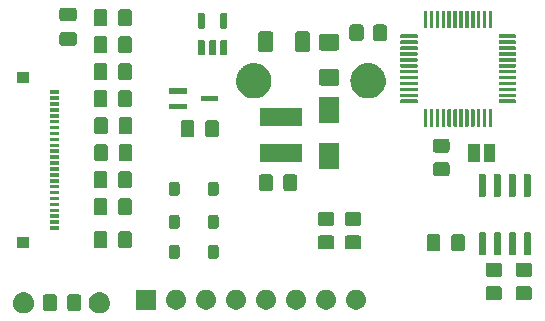
<source format=gbs>
%TF.GenerationSoftware,KiCad,Pcbnew,7.0.5*%
%TF.CreationDate,2023-07-22T13:56:16+02:00*%
%TF.ProjectId,eink-NFC,65696e6b-2d4e-4464-932e-6b696361645f,rev?*%
%TF.SameCoordinates,Original*%
%TF.FileFunction,Soldermask,Bot*%
%TF.FilePolarity,Negative*%
%FSLAX46Y46*%
G04 Gerber Fmt 4.6, Leading zero omitted, Abs format (unit mm)*
G04 Created by KiCad (PCBNEW 7.0.5) date 2023-07-22 13:56:16*
%MOMM*%
%LPD*%
G01*
G04 APERTURE LIST*
G04 APERTURE END LIST*
G36*
X115178613Y-93084930D02*
G01*
X115225576Y-93084930D01*
X115266122Y-93093548D01*
X115307026Y-93097577D01*
X115358416Y-93113166D01*
X115409615Y-93124049D01*
X115442379Y-93138636D01*
X115475804Y-93148776D01*
X115528920Y-93177166D01*
X115581500Y-93200577D01*
X115605945Y-93218337D01*
X115631349Y-93231916D01*
X115683169Y-93274444D01*
X115733718Y-93311170D01*
X115750131Y-93329398D01*
X115767690Y-93343809D01*
X115814879Y-93401308D01*
X115859615Y-93450993D01*
X115869012Y-93467269D01*
X115879583Y-93480150D01*
X115918683Y-93553302D01*
X115953691Y-93613937D01*
X115957718Y-93626331D01*
X115962723Y-93635695D01*
X115990321Y-93726672D01*
X116011833Y-93792879D01*
X116012590Y-93800082D01*
X116013922Y-93804473D01*
X116026877Y-93936021D01*
X116031500Y-93980000D01*
X116026877Y-94023982D01*
X116013922Y-94155526D01*
X116012590Y-94159916D01*
X116011833Y-94167121D01*
X115990316Y-94233341D01*
X115962723Y-94324304D01*
X115957719Y-94333665D01*
X115953691Y-94346063D01*
X115918676Y-94406709D01*
X115879583Y-94479849D01*
X115869014Y-94492726D01*
X115859615Y-94509007D01*
X115814869Y-94558701D01*
X115767690Y-94616190D01*
X115750134Y-94630597D01*
X115733718Y-94648830D01*
X115683159Y-94685563D01*
X115631349Y-94728083D01*
X115605950Y-94741658D01*
X115581500Y-94759423D01*
X115528908Y-94782838D01*
X115475804Y-94811223D01*
X115442386Y-94821360D01*
X115409615Y-94835951D01*
X115358405Y-94846836D01*
X115307026Y-94862422D01*
X115266131Y-94866449D01*
X115225576Y-94875070D01*
X115178602Y-94875070D01*
X115131499Y-94879709D01*
X115084396Y-94875070D01*
X115037424Y-94875070D01*
X114996869Y-94866449D01*
X114955973Y-94862422D01*
X114904591Y-94846835D01*
X114853385Y-94835951D01*
X114820615Y-94821361D01*
X114787195Y-94811223D01*
X114734085Y-94782835D01*
X114681500Y-94759423D01*
X114657052Y-94741660D01*
X114631650Y-94728083D01*
X114579832Y-94685556D01*
X114529282Y-94648830D01*
X114512868Y-94630600D01*
X114495309Y-94616190D01*
X114448118Y-94558688D01*
X114403385Y-94509007D01*
X114393987Y-94492730D01*
X114383416Y-94479849D01*
X114344310Y-94406686D01*
X114309309Y-94346063D01*
X114305282Y-94333670D01*
X114300276Y-94324304D01*
X114272668Y-94233294D01*
X114251167Y-94167121D01*
X114250410Y-94159921D01*
X114249077Y-94155526D01*
X114236106Y-94023831D01*
X114231500Y-93980000D01*
X114236106Y-93936172D01*
X114249077Y-93804473D01*
X114250410Y-93800077D01*
X114251167Y-93792879D01*
X114272663Y-93726719D01*
X114300276Y-93635695D01*
X114305283Y-93626327D01*
X114309309Y-93613937D01*
X114344302Y-93553326D01*
X114383416Y-93480150D01*
X114393989Y-93467265D01*
X114403385Y-93450993D01*
X114448109Y-93401321D01*
X114495309Y-93343809D01*
X114512871Y-93329395D01*
X114529282Y-93311170D01*
X114579821Y-93274450D01*
X114631650Y-93231916D01*
X114657057Y-93218335D01*
X114681500Y-93200577D01*
X114734073Y-93177169D01*
X114787195Y-93148776D01*
X114820622Y-93138635D01*
X114853385Y-93124049D01*
X114904580Y-93113166D01*
X114955973Y-93097577D01*
X114996877Y-93093548D01*
X115037424Y-93084930D01*
X115084387Y-93084930D01*
X115131500Y-93080290D01*
X115178613Y-93084930D01*
G37*
G36*
X121578613Y-93084930D02*
G01*
X121625576Y-93084930D01*
X121666122Y-93093548D01*
X121707026Y-93097577D01*
X121758416Y-93113166D01*
X121809615Y-93124049D01*
X121842379Y-93138636D01*
X121875804Y-93148776D01*
X121928920Y-93177166D01*
X121981500Y-93200577D01*
X122005945Y-93218337D01*
X122031349Y-93231916D01*
X122083169Y-93274444D01*
X122133718Y-93311170D01*
X122150131Y-93329398D01*
X122167690Y-93343809D01*
X122214879Y-93401308D01*
X122259615Y-93450993D01*
X122269012Y-93467269D01*
X122279583Y-93480150D01*
X122318683Y-93553302D01*
X122353691Y-93613937D01*
X122357718Y-93626331D01*
X122362723Y-93635695D01*
X122390321Y-93726672D01*
X122411833Y-93792879D01*
X122412590Y-93800082D01*
X122413922Y-93804473D01*
X122426877Y-93936021D01*
X122431500Y-93980000D01*
X122426877Y-94023982D01*
X122413922Y-94155526D01*
X122412590Y-94159916D01*
X122411833Y-94167121D01*
X122390316Y-94233341D01*
X122362723Y-94324304D01*
X122357719Y-94333665D01*
X122353691Y-94346063D01*
X122318676Y-94406709D01*
X122279583Y-94479849D01*
X122269014Y-94492726D01*
X122259615Y-94509007D01*
X122214869Y-94558701D01*
X122167690Y-94616190D01*
X122150134Y-94630597D01*
X122133718Y-94648830D01*
X122083159Y-94685563D01*
X122031349Y-94728083D01*
X122005950Y-94741658D01*
X121981500Y-94759423D01*
X121928908Y-94782838D01*
X121875804Y-94811223D01*
X121842386Y-94821360D01*
X121809615Y-94835951D01*
X121758405Y-94846836D01*
X121707026Y-94862422D01*
X121666131Y-94866449D01*
X121625576Y-94875070D01*
X121578602Y-94875070D01*
X121531499Y-94879709D01*
X121484396Y-94875070D01*
X121437424Y-94875070D01*
X121396869Y-94866449D01*
X121355973Y-94862422D01*
X121304591Y-94846835D01*
X121253385Y-94835951D01*
X121220615Y-94821361D01*
X121187195Y-94811223D01*
X121134085Y-94782835D01*
X121081500Y-94759423D01*
X121057052Y-94741660D01*
X121031650Y-94728083D01*
X120979832Y-94685556D01*
X120929282Y-94648830D01*
X120912868Y-94630600D01*
X120895309Y-94616190D01*
X120848118Y-94558688D01*
X120803385Y-94509007D01*
X120793987Y-94492730D01*
X120783416Y-94479849D01*
X120744310Y-94406686D01*
X120709309Y-94346063D01*
X120705282Y-94333670D01*
X120700276Y-94324304D01*
X120672668Y-94233294D01*
X120651167Y-94167121D01*
X120650410Y-94159921D01*
X120649077Y-94155526D01*
X120636106Y-94023831D01*
X120631500Y-93980000D01*
X120636106Y-93936172D01*
X120649077Y-93804473D01*
X120650410Y-93800077D01*
X120651167Y-93792879D01*
X120672663Y-93726719D01*
X120700276Y-93635695D01*
X120705283Y-93626327D01*
X120709309Y-93613937D01*
X120744302Y-93553326D01*
X120783416Y-93480150D01*
X120793989Y-93467265D01*
X120803385Y-93450993D01*
X120848109Y-93401321D01*
X120895309Y-93343809D01*
X120912871Y-93329395D01*
X120929282Y-93311170D01*
X120979821Y-93274450D01*
X121031650Y-93231916D01*
X121057057Y-93218335D01*
X121081500Y-93200577D01*
X121134073Y-93177169D01*
X121187195Y-93148776D01*
X121220622Y-93138635D01*
X121253385Y-93124049D01*
X121304580Y-93113166D01*
X121355973Y-93097577D01*
X121396877Y-93093548D01*
X121437424Y-93084930D01*
X121484387Y-93084930D01*
X121531500Y-93080290D01*
X121578613Y-93084930D01*
G37*
G36*
X117690350Y-93255964D02*
G01*
X117740540Y-93261787D01*
X117757689Y-93269359D01*
X117781171Y-93274030D01*
X117806310Y-93290827D01*
X117826196Y-93299608D01*
X117839777Y-93313189D01*
X117862277Y-93328223D01*
X117877310Y-93350722D01*
X117890891Y-93364303D01*
X117899670Y-93384186D01*
X117916470Y-93409329D01*
X117921141Y-93432812D01*
X117928712Y-93449959D01*
X117934533Y-93500139D01*
X117935500Y-93505000D01*
X117935500Y-94455000D01*
X117934532Y-94459863D01*
X117928712Y-94510040D01*
X117921141Y-94527185D01*
X117916470Y-94550671D01*
X117899669Y-94575815D01*
X117890891Y-94595696D01*
X117877312Y-94609274D01*
X117862277Y-94631777D01*
X117839774Y-94646812D01*
X117826196Y-94660391D01*
X117806315Y-94669169D01*
X117781171Y-94685970D01*
X117757685Y-94690641D01*
X117740540Y-94698212D01*
X117690361Y-94704032D01*
X117685500Y-94705000D01*
X117010500Y-94705000D01*
X117005638Y-94704032D01*
X116955459Y-94698212D01*
X116938312Y-94690641D01*
X116914829Y-94685970D01*
X116889686Y-94669170D01*
X116869803Y-94660391D01*
X116856222Y-94646810D01*
X116833723Y-94631777D01*
X116818689Y-94609277D01*
X116805108Y-94595696D01*
X116796327Y-94575810D01*
X116779530Y-94550671D01*
X116774859Y-94527189D01*
X116767287Y-94510040D01*
X116761464Y-94459849D01*
X116760500Y-94455000D01*
X116760500Y-93505000D01*
X116761464Y-93500150D01*
X116767287Y-93449959D01*
X116774859Y-93432808D01*
X116779530Y-93409329D01*
X116796326Y-93384191D01*
X116805108Y-93364303D01*
X116818691Y-93350719D01*
X116833723Y-93328223D01*
X116856219Y-93313191D01*
X116869803Y-93299608D01*
X116889691Y-93290826D01*
X116914829Y-93274030D01*
X116938308Y-93269359D01*
X116955459Y-93261787D01*
X117005651Y-93255964D01*
X117010500Y-93255000D01*
X117685500Y-93255000D01*
X117690350Y-93255964D01*
G37*
G36*
X119765350Y-93255964D02*
G01*
X119815540Y-93261787D01*
X119832689Y-93269359D01*
X119856171Y-93274030D01*
X119881310Y-93290827D01*
X119901196Y-93299608D01*
X119914777Y-93313189D01*
X119937277Y-93328223D01*
X119952310Y-93350722D01*
X119965891Y-93364303D01*
X119974670Y-93384186D01*
X119991470Y-93409329D01*
X119996141Y-93432812D01*
X120003712Y-93449959D01*
X120009533Y-93500139D01*
X120010500Y-93505000D01*
X120010500Y-94455000D01*
X120009532Y-94459863D01*
X120003712Y-94510040D01*
X119996141Y-94527185D01*
X119991470Y-94550671D01*
X119974669Y-94575815D01*
X119965891Y-94595696D01*
X119952312Y-94609274D01*
X119937277Y-94631777D01*
X119914774Y-94646812D01*
X119901196Y-94660391D01*
X119881315Y-94669169D01*
X119856171Y-94685970D01*
X119832685Y-94690641D01*
X119815540Y-94698212D01*
X119765361Y-94704032D01*
X119760500Y-94705000D01*
X119085500Y-94705000D01*
X119080638Y-94704032D01*
X119030459Y-94698212D01*
X119013312Y-94690641D01*
X118989829Y-94685970D01*
X118964686Y-94669170D01*
X118944803Y-94660391D01*
X118931222Y-94646810D01*
X118908723Y-94631777D01*
X118893689Y-94609277D01*
X118880108Y-94595696D01*
X118871327Y-94575810D01*
X118854530Y-94550671D01*
X118849859Y-94527189D01*
X118842287Y-94510040D01*
X118836464Y-94459849D01*
X118835500Y-94455000D01*
X118835500Y-93505000D01*
X118836464Y-93500150D01*
X118842287Y-93449959D01*
X118849859Y-93432808D01*
X118854530Y-93409329D01*
X118871326Y-93384191D01*
X118880108Y-93364303D01*
X118893691Y-93350719D01*
X118908723Y-93328223D01*
X118931219Y-93313191D01*
X118944803Y-93299608D01*
X118964691Y-93290826D01*
X118989829Y-93274030D01*
X119013308Y-93269359D01*
X119030459Y-93261787D01*
X119080651Y-93255964D01*
X119085500Y-93255000D01*
X119760500Y-93255000D01*
X119765350Y-93255964D01*
G37*
G36*
X126346793Y-94575293D02*
G01*
X124646793Y-94575293D01*
X124646793Y-92875293D01*
X126346793Y-92875293D01*
X126346793Y-94575293D01*
G37*
G36*
X128299457Y-92916895D02*
G01*
X128461793Y-92989171D01*
X128605554Y-93093620D01*
X128724457Y-93225676D01*
X128813307Y-93379567D01*
X128868218Y-93548568D01*
X128886793Y-93725293D01*
X128868218Y-93902018D01*
X128813307Y-94071019D01*
X128724457Y-94224910D01*
X128605554Y-94356966D01*
X128461793Y-94461415D01*
X128299457Y-94533691D01*
X128125642Y-94570637D01*
X127947944Y-94570637D01*
X127774129Y-94533691D01*
X127611793Y-94461415D01*
X127468032Y-94356966D01*
X127349129Y-94224910D01*
X127260279Y-94071019D01*
X127205368Y-93902018D01*
X127186793Y-93725293D01*
X127205368Y-93548568D01*
X127260279Y-93379567D01*
X127349129Y-93225676D01*
X127468032Y-93093620D01*
X127611793Y-92989171D01*
X127774129Y-92916895D01*
X127947944Y-92879949D01*
X128125642Y-92879949D01*
X128299457Y-92916895D01*
G37*
G36*
X130839457Y-92916895D02*
G01*
X131001793Y-92989171D01*
X131145554Y-93093620D01*
X131264457Y-93225676D01*
X131353307Y-93379567D01*
X131408218Y-93548568D01*
X131426793Y-93725293D01*
X131408218Y-93902018D01*
X131353307Y-94071019D01*
X131264457Y-94224910D01*
X131145554Y-94356966D01*
X131001793Y-94461415D01*
X130839457Y-94533691D01*
X130665642Y-94570637D01*
X130487944Y-94570637D01*
X130314129Y-94533691D01*
X130151793Y-94461415D01*
X130008032Y-94356966D01*
X129889129Y-94224910D01*
X129800279Y-94071019D01*
X129745368Y-93902018D01*
X129726793Y-93725293D01*
X129745368Y-93548568D01*
X129800279Y-93379567D01*
X129889129Y-93225676D01*
X130008032Y-93093620D01*
X130151793Y-92989171D01*
X130314129Y-92916895D01*
X130487944Y-92879949D01*
X130665642Y-92879949D01*
X130839457Y-92916895D01*
G37*
G36*
X133379457Y-92916895D02*
G01*
X133541793Y-92989171D01*
X133685554Y-93093620D01*
X133804457Y-93225676D01*
X133893307Y-93379567D01*
X133948218Y-93548568D01*
X133966793Y-93725293D01*
X133948218Y-93902018D01*
X133893307Y-94071019D01*
X133804457Y-94224910D01*
X133685554Y-94356966D01*
X133541793Y-94461415D01*
X133379457Y-94533691D01*
X133205642Y-94570637D01*
X133027944Y-94570637D01*
X132854129Y-94533691D01*
X132691793Y-94461415D01*
X132548032Y-94356966D01*
X132429129Y-94224910D01*
X132340279Y-94071019D01*
X132285368Y-93902018D01*
X132266793Y-93725293D01*
X132285368Y-93548568D01*
X132340279Y-93379567D01*
X132429129Y-93225676D01*
X132548032Y-93093620D01*
X132691793Y-92989171D01*
X132854129Y-92916895D01*
X133027944Y-92879949D01*
X133205642Y-92879949D01*
X133379457Y-92916895D01*
G37*
G36*
X135919457Y-92916895D02*
G01*
X136081793Y-92989171D01*
X136225554Y-93093620D01*
X136344457Y-93225676D01*
X136433307Y-93379567D01*
X136488218Y-93548568D01*
X136506793Y-93725293D01*
X136488218Y-93902018D01*
X136433307Y-94071019D01*
X136344457Y-94224910D01*
X136225554Y-94356966D01*
X136081793Y-94461415D01*
X135919457Y-94533691D01*
X135745642Y-94570637D01*
X135567944Y-94570637D01*
X135394129Y-94533691D01*
X135231793Y-94461415D01*
X135088032Y-94356966D01*
X134969129Y-94224910D01*
X134880279Y-94071019D01*
X134825368Y-93902018D01*
X134806793Y-93725293D01*
X134825368Y-93548568D01*
X134880279Y-93379567D01*
X134969129Y-93225676D01*
X135088032Y-93093620D01*
X135231793Y-92989171D01*
X135394129Y-92916895D01*
X135567944Y-92879949D01*
X135745642Y-92879949D01*
X135919457Y-92916895D01*
G37*
G36*
X138459457Y-92916895D02*
G01*
X138621793Y-92989171D01*
X138765554Y-93093620D01*
X138884457Y-93225676D01*
X138973307Y-93379567D01*
X139028218Y-93548568D01*
X139046793Y-93725293D01*
X139028218Y-93902018D01*
X138973307Y-94071019D01*
X138884457Y-94224910D01*
X138765554Y-94356966D01*
X138621793Y-94461415D01*
X138459457Y-94533691D01*
X138285642Y-94570637D01*
X138107944Y-94570637D01*
X137934129Y-94533691D01*
X137771793Y-94461415D01*
X137628032Y-94356966D01*
X137509129Y-94224910D01*
X137420279Y-94071019D01*
X137365368Y-93902018D01*
X137346793Y-93725293D01*
X137365368Y-93548568D01*
X137420279Y-93379567D01*
X137509129Y-93225676D01*
X137628032Y-93093620D01*
X137771793Y-92989171D01*
X137934129Y-92916895D01*
X138107944Y-92879949D01*
X138285642Y-92879949D01*
X138459457Y-92916895D01*
G37*
G36*
X140999457Y-92916895D02*
G01*
X141161793Y-92989171D01*
X141305554Y-93093620D01*
X141424457Y-93225676D01*
X141513307Y-93379567D01*
X141568218Y-93548568D01*
X141586793Y-93725293D01*
X141568218Y-93902018D01*
X141513307Y-94071019D01*
X141424457Y-94224910D01*
X141305554Y-94356966D01*
X141161793Y-94461415D01*
X140999457Y-94533691D01*
X140825642Y-94570637D01*
X140647944Y-94570637D01*
X140474129Y-94533691D01*
X140311793Y-94461415D01*
X140168032Y-94356966D01*
X140049129Y-94224910D01*
X139960279Y-94071019D01*
X139905368Y-93902018D01*
X139886793Y-93725293D01*
X139905368Y-93548568D01*
X139960279Y-93379567D01*
X140049129Y-93225676D01*
X140168032Y-93093620D01*
X140311793Y-92989171D01*
X140474129Y-92916895D01*
X140647944Y-92879949D01*
X140825642Y-92879949D01*
X140999457Y-92916895D01*
G37*
G36*
X143539457Y-92916895D02*
G01*
X143701793Y-92989171D01*
X143845554Y-93093620D01*
X143964457Y-93225676D01*
X144053307Y-93379567D01*
X144108218Y-93548568D01*
X144126793Y-93725293D01*
X144108218Y-93902018D01*
X144053307Y-94071019D01*
X143964457Y-94224910D01*
X143845554Y-94356966D01*
X143701793Y-94461415D01*
X143539457Y-94533691D01*
X143365642Y-94570637D01*
X143187944Y-94570637D01*
X143014129Y-94533691D01*
X142851793Y-94461415D01*
X142708032Y-94356966D01*
X142589129Y-94224910D01*
X142500279Y-94071019D01*
X142445368Y-93902018D01*
X142426793Y-93725293D01*
X142445368Y-93548568D01*
X142500279Y-93379567D01*
X142589129Y-93225676D01*
X142708032Y-93093620D01*
X142851793Y-92989171D01*
X143014129Y-92916895D01*
X143187944Y-92879949D01*
X143365642Y-92879949D01*
X143539457Y-92916895D01*
G37*
G36*
X155394850Y-92586964D02*
G01*
X155445040Y-92592787D01*
X155462189Y-92600359D01*
X155485671Y-92605030D01*
X155510810Y-92621827D01*
X155530696Y-92630608D01*
X155544277Y-92644189D01*
X155566777Y-92659223D01*
X155581810Y-92681722D01*
X155595391Y-92695303D01*
X155604170Y-92715186D01*
X155620970Y-92740329D01*
X155625641Y-92763812D01*
X155633212Y-92780959D01*
X155639033Y-92831139D01*
X155640000Y-92836000D01*
X155640000Y-93536000D01*
X155639032Y-93540863D01*
X155633212Y-93591040D01*
X155625641Y-93608185D01*
X155620970Y-93631671D01*
X155604169Y-93656815D01*
X155595391Y-93676696D01*
X155581812Y-93690274D01*
X155566777Y-93712777D01*
X155544274Y-93727812D01*
X155530696Y-93741391D01*
X155510815Y-93750169D01*
X155485671Y-93766970D01*
X155462185Y-93771641D01*
X155445040Y-93779212D01*
X155394861Y-93785032D01*
X155390000Y-93786000D01*
X154490000Y-93786000D01*
X154485138Y-93785032D01*
X154434959Y-93779212D01*
X154417812Y-93771641D01*
X154394329Y-93766970D01*
X154369186Y-93750170D01*
X154349303Y-93741391D01*
X154335722Y-93727810D01*
X154313223Y-93712777D01*
X154298189Y-93690277D01*
X154284608Y-93676696D01*
X154275827Y-93656810D01*
X154259030Y-93631671D01*
X154254359Y-93608189D01*
X154246787Y-93591040D01*
X154240964Y-93540849D01*
X154240000Y-93536000D01*
X154240000Y-92836000D01*
X154240964Y-92831150D01*
X154246787Y-92780959D01*
X154254359Y-92763808D01*
X154259030Y-92740329D01*
X154275826Y-92715191D01*
X154284608Y-92695303D01*
X154298191Y-92681719D01*
X154313223Y-92659223D01*
X154335719Y-92644191D01*
X154349303Y-92630608D01*
X154369191Y-92621826D01*
X154394329Y-92605030D01*
X154417808Y-92600359D01*
X154434959Y-92592787D01*
X154485151Y-92586964D01*
X154490000Y-92586000D01*
X155390000Y-92586000D01*
X155394850Y-92586964D01*
G37*
G36*
X157934850Y-92586964D02*
G01*
X157985040Y-92592787D01*
X158002189Y-92600359D01*
X158025671Y-92605030D01*
X158050810Y-92621827D01*
X158070696Y-92630608D01*
X158084277Y-92644189D01*
X158106777Y-92659223D01*
X158121810Y-92681722D01*
X158135391Y-92695303D01*
X158144170Y-92715186D01*
X158160970Y-92740329D01*
X158165641Y-92763812D01*
X158173212Y-92780959D01*
X158179033Y-92831139D01*
X158180000Y-92836000D01*
X158180000Y-93536000D01*
X158179032Y-93540863D01*
X158173212Y-93591040D01*
X158165641Y-93608185D01*
X158160970Y-93631671D01*
X158144169Y-93656815D01*
X158135391Y-93676696D01*
X158121812Y-93690274D01*
X158106777Y-93712777D01*
X158084274Y-93727812D01*
X158070696Y-93741391D01*
X158050815Y-93750169D01*
X158025671Y-93766970D01*
X158002185Y-93771641D01*
X157985040Y-93779212D01*
X157934861Y-93785032D01*
X157930000Y-93786000D01*
X157030000Y-93786000D01*
X157025138Y-93785032D01*
X156974959Y-93779212D01*
X156957812Y-93771641D01*
X156934329Y-93766970D01*
X156909186Y-93750170D01*
X156889303Y-93741391D01*
X156875722Y-93727810D01*
X156853223Y-93712777D01*
X156838189Y-93690277D01*
X156824608Y-93676696D01*
X156815827Y-93656810D01*
X156799030Y-93631671D01*
X156794359Y-93608189D01*
X156786787Y-93591040D01*
X156780964Y-93540849D01*
X156780000Y-93536000D01*
X156780000Y-92836000D01*
X156780964Y-92831150D01*
X156786787Y-92780959D01*
X156794359Y-92763808D01*
X156799030Y-92740329D01*
X156815826Y-92715191D01*
X156824608Y-92695303D01*
X156838191Y-92681719D01*
X156853223Y-92659223D01*
X156875719Y-92644191D01*
X156889303Y-92630608D01*
X156909191Y-92621826D01*
X156934329Y-92605030D01*
X156957808Y-92600359D01*
X156974959Y-92592787D01*
X157025151Y-92586964D01*
X157030000Y-92586000D01*
X157930000Y-92586000D01*
X157934850Y-92586964D01*
G37*
G36*
X155394850Y-90586964D02*
G01*
X155445040Y-90592787D01*
X155462189Y-90600359D01*
X155485671Y-90605030D01*
X155510810Y-90621827D01*
X155530696Y-90630608D01*
X155544277Y-90644189D01*
X155566777Y-90659223D01*
X155581810Y-90681722D01*
X155595391Y-90695303D01*
X155604170Y-90715186D01*
X155620970Y-90740329D01*
X155625641Y-90763812D01*
X155633212Y-90780959D01*
X155639033Y-90831139D01*
X155640000Y-90836000D01*
X155640000Y-91536000D01*
X155639032Y-91540863D01*
X155633212Y-91591040D01*
X155625641Y-91608185D01*
X155620970Y-91631671D01*
X155604169Y-91656815D01*
X155595391Y-91676696D01*
X155581812Y-91690274D01*
X155566777Y-91712777D01*
X155544274Y-91727812D01*
X155530696Y-91741391D01*
X155510815Y-91750169D01*
X155485671Y-91766970D01*
X155462185Y-91771641D01*
X155445040Y-91779212D01*
X155394861Y-91785032D01*
X155390000Y-91786000D01*
X154490000Y-91786000D01*
X154485138Y-91785032D01*
X154434959Y-91779212D01*
X154417812Y-91771641D01*
X154394329Y-91766970D01*
X154369186Y-91750170D01*
X154349303Y-91741391D01*
X154335722Y-91727810D01*
X154313223Y-91712777D01*
X154298189Y-91690277D01*
X154284608Y-91676696D01*
X154275827Y-91656810D01*
X154259030Y-91631671D01*
X154254359Y-91608189D01*
X154246787Y-91591040D01*
X154240964Y-91540849D01*
X154240000Y-91536000D01*
X154240000Y-90836000D01*
X154240964Y-90831150D01*
X154246787Y-90780959D01*
X154254359Y-90763808D01*
X154259030Y-90740329D01*
X154275826Y-90715191D01*
X154284608Y-90695303D01*
X154298191Y-90681719D01*
X154313223Y-90659223D01*
X154335719Y-90644191D01*
X154349303Y-90630608D01*
X154369191Y-90621826D01*
X154394329Y-90605030D01*
X154417808Y-90600359D01*
X154434959Y-90592787D01*
X154485151Y-90586964D01*
X154490000Y-90586000D01*
X155390000Y-90586000D01*
X155394850Y-90586964D01*
G37*
G36*
X157934850Y-90586964D02*
G01*
X157985040Y-90592787D01*
X158002189Y-90600359D01*
X158025671Y-90605030D01*
X158050810Y-90621827D01*
X158070696Y-90630608D01*
X158084277Y-90644189D01*
X158106777Y-90659223D01*
X158121810Y-90681722D01*
X158135391Y-90695303D01*
X158144170Y-90715186D01*
X158160970Y-90740329D01*
X158165641Y-90763812D01*
X158173212Y-90780959D01*
X158179033Y-90831139D01*
X158180000Y-90836000D01*
X158180000Y-91536000D01*
X158179032Y-91540863D01*
X158173212Y-91591040D01*
X158165641Y-91608185D01*
X158160970Y-91631671D01*
X158144169Y-91656815D01*
X158135391Y-91676696D01*
X158121812Y-91690274D01*
X158106777Y-91712777D01*
X158084274Y-91727812D01*
X158070696Y-91741391D01*
X158050815Y-91750169D01*
X158025671Y-91766970D01*
X158002185Y-91771641D01*
X157985040Y-91779212D01*
X157934861Y-91785032D01*
X157930000Y-91786000D01*
X157030000Y-91786000D01*
X157025138Y-91785032D01*
X156974959Y-91779212D01*
X156957812Y-91771641D01*
X156934329Y-91766970D01*
X156909186Y-91750170D01*
X156889303Y-91741391D01*
X156875722Y-91727810D01*
X156853223Y-91712777D01*
X156838189Y-91690277D01*
X156824608Y-91676696D01*
X156815827Y-91656810D01*
X156799030Y-91631671D01*
X156794359Y-91608189D01*
X156786787Y-91591040D01*
X156780964Y-91540849D01*
X156780000Y-91536000D01*
X156780000Y-90836000D01*
X156780964Y-90831150D01*
X156786787Y-90780959D01*
X156794359Y-90763808D01*
X156799030Y-90740329D01*
X156815826Y-90715191D01*
X156824608Y-90695303D01*
X156838191Y-90681719D01*
X156853223Y-90659223D01*
X156875719Y-90644191D01*
X156889303Y-90630608D01*
X156909191Y-90621826D01*
X156934329Y-90605030D01*
X156957808Y-90600359D01*
X156974959Y-90592787D01*
X157025151Y-90586964D01*
X157030000Y-90586000D01*
X157930000Y-90586000D01*
X157934850Y-90586964D01*
G37*
G36*
X128119850Y-89062964D02*
G01*
X128164317Y-89068123D01*
X128179510Y-89074831D01*
X128201104Y-89079127D01*
X128224222Y-89094574D01*
X128241567Y-89102233D01*
X128253412Y-89114078D01*
X128274099Y-89127901D01*
X128287921Y-89148587D01*
X128299766Y-89160432D01*
X128307423Y-89177774D01*
X128322873Y-89200896D01*
X128327168Y-89222491D01*
X128333876Y-89237682D01*
X128339033Y-89282139D01*
X128340000Y-89287000D01*
X128340000Y-90037000D01*
X128339032Y-90041862D01*
X128333876Y-90086317D01*
X128327168Y-90101506D01*
X128322873Y-90123104D01*
X128307422Y-90146227D01*
X128299766Y-90163567D01*
X128287923Y-90175409D01*
X128274099Y-90196099D01*
X128253409Y-90209923D01*
X128241567Y-90221766D01*
X128224227Y-90229422D01*
X128201104Y-90244873D01*
X128179506Y-90249168D01*
X128164317Y-90255876D01*
X128119861Y-90261032D01*
X128115000Y-90262000D01*
X127665000Y-90262000D01*
X127660138Y-90261033D01*
X127615682Y-90255876D01*
X127600491Y-90249168D01*
X127578896Y-90244873D01*
X127555774Y-90229423D01*
X127538432Y-90221766D01*
X127526587Y-90209921D01*
X127505901Y-90196099D01*
X127492078Y-90175412D01*
X127480233Y-90163567D01*
X127472574Y-90146222D01*
X127457127Y-90123104D01*
X127452831Y-90101510D01*
X127446123Y-90086317D01*
X127440964Y-90041849D01*
X127440000Y-90037000D01*
X127440000Y-89287000D01*
X127440964Y-89282150D01*
X127446123Y-89237682D01*
X127452832Y-89222487D01*
X127457127Y-89200896D01*
X127472573Y-89177779D01*
X127480233Y-89160432D01*
X127492080Y-89148584D01*
X127505901Y-89127901D01*
X127526584Y-89114080D01*
X127538432Y-89102233D01*
X127555779Y-89094573D01*
X127578896Y-89079127D01*
X127600487Y-89074832D01*
X127615682Y-89068123D01*
X127660151Y-89062964D01*
X127665000Y-89062000D01*
X128115000Y-89062000D01*
X128119850Y-89062964D01*
G37*
G36*
X131419850Y-89062964D02*
G01*
X131464317Y-89068123D01*
X131479510Y-89074831D01*
X131501104Y-89079127D01*
X131524222Y-89094574D01*
X131541567Y-89102233D01*
X131553412Y-89114078D01*
X131574099Y-89127901D01*
X131587921Y-89148587D01*
X131599766Y-89160432D01*
X131607423Y-89177774D01*
X131622873Y-89200896D01*
X131627168Y-89222491D01*
X131633876Y-89237682D01*
X131639033Y-89282139D01*
X131640000Y-89287000D01*
X131640000Y-90037000D01*
X131639032Y-90041862D01*
X131633876Y-90086317D01*
X131627168Y-90101506D01*
X131622873Y-90123104D01*
X131607422Y-90146227D01*
X131599766Y-90163567D01*
X131587923Y-90175409D01*
X131574099Y-90196099D01*
X131553409Y-90209923D01*
X131541567Y-90221766D01*
X131524227Y-90229422D01*
X131501104Y-90244873D01*
X131479506Y-90249168D01*
X131464317Y-90255876D01*
X131419861Y-90261032D01*
X131415000Y-90262000D01*
X130965000Y-90262000D01*
X130960138Y-90261033D01*
X130915682Y-90255876D01*
X130900491Y-90249168D01*
X130878896Y-90244873D01*
X130855774Y-90229423D01*
X130838432Y-90221766D01*
X130826587Y-90209921D01*
X130805901Y-90196099D01*
X130792078Y-90175412D01*
X130780233Y-90163567D01*
X130772574Y-90146222D01*
X130757127Y-90123104D01*
X130752831Y-90101510D01*
X130746123Y-90086317D01*
X130740964Y-90041849D01*
X130740000Y-90037000D01*
X130740000Y-89287000D01*
X130740964Y-89282150D01*
X130746123Y-89237682D01*
X130752832Y-89222487D01*
X130757127Y-89200896D01*
X130772573Y-89177779D01*
X130780233Y-89160432D01*
X130792080Y-89148584D01*
X130805901Y-89127901D01*
X130826584Y-89114080D01*
X130838432Y-89102233D01*
X130855779Y-89094573D01*
X130878896Y-89079127D01*
X130900487Y-89074832D01*
X130915682Y-89068123D01*
X130960151Y-89062964D01*
X130965000Y-89062000D01*
X131415000Y-89062000D01*
X131419850Y-89062964D01*
G37*
G36*
X154156803Y-88023818D02*
G01*
X154205466Y-88056334D01*
X154237982Y-88104997D01*
X154249400Y-88162400D01*
X154249400Y-89812400D01*
X154237982Y-89869803D01*
X154205466Y-89918466D01*
X154156803Y-89950982D01*
X154099400Y-89962400D01*
X153799400Y-89962400D01*
X153741997Y-89950982D01*
X153693334Y-89918466D01*
X153660818Y-89869803D01*
X153649400Y-89812400D01*
X153649400Y-88162400D01*
X153660818Y-88104997D01*
X153693334Y-88056334D01*
X153741997Y-88023818D01*
X153799400Y-88012400D01*
X154099400Y-88012400D01*
X154156803Y-88023818D01*
G37*
G36*
X155426803Y-88023818D02*
G01*
X155475466Y-88056334D01*
X155507982Y-88104997D01*
X155519400Y-88162400D01*
X155519400Y-89812400D01*
X155507982Y-89869803D01*
X155475466Y-89918466D01*
X155426803Y-89950982D01*
X155369400Y-89962400D01*
X155069400Y-89962400D01*
X155011997Y-89950982D01*
X154963334Y-89918466D01*
X154930818Y-89869803D01*
X154919400Y-89812400D01*
X154919400Y-88162400D01*
X154930818Y-88104997D01*
X154963334Y-88056334D01*
X155011997Y-88023818D01*
X155069400Y-88012400D01*
X155369400Y-88012400D01*
X155426803Y-88023818D01*
G37*
G36*
X156696803Y-88023818D02*
G01*
X156745466Y-88056334D01*
X156777982Y-88104997D01*
X156789400Y-88162400D01*
X156789400Y-89812400D01*
X156777982Y-89869803D01*
X156745466Y-89918466D01*
X156696803Y-89950982D01*
X156639400Y-89962400D01*
X156339400Y-89962400D01*
X156281997Y-89950982D01*
X156233334Y-89918466D01*
X156200818Y-89869803D01*
X156189400Y-89812400D01*
X156189400Y-88162400D01*
X156200818Y-88104997D01*
X156233334Y-88056334D01*
X156281997Y-88023818D01*
X156339400Y-88012400D01*
X156639400Y-88012400D01*
X156696803Y-88023818D01*
G37*
G36*
X157966803Y-88023818D02*
G01*
X158015466Y-88056334D01*
X158047982Y-88104997D01*
X158059400Y-88162400D01*
X158059400Y-89812400D01*
X158047982Y-89869803D01*
X158015466Y-89918466D01*
X157966803Y-89950982D01*
X157909400Y-89962400D01*
X157609400Y-89962400D01*
X157551997Y-89950982D01*
X157503334Y-89918466D01*
X157470818Y-89869803D01*
X157459400Y-89812400D01*
X157459400Y-88162400D01*
X157470818Y-88104997D01*
X157503334Y-88056334D01*
X157551997Y-88023818D01*
X157609400Y-88012400D01*
X157909400Y-88012400D01*
X157966803Y-88023818D01*
G37*
G36*
X150180850Y-88175964D02*
G01*
X150231040Y-88181787D01*
X150248189Y-88189359D01*
X150271671Y-88194030D01*
X150296810Y-88210827D01*
X150316696Y-88219608D01*
X150330277Y-88233189D01*
X150352777Y-88248223D01*
X150367810Y-88270722D01*
X150381391Y-88284303D01*
X150390170Y-88304186D01*
X150406970Y-88329329D01*
X150411641Y-88352812D01*
X150419212Y-88369959D01*
X150425033Y-88420139D01*
X150426000Y-88425000D01*
X150426000Y-89375000D01*
X150425032Y-89379863D01*
X150419212Y-89430040D01*
X150411641Y-89447185D01*
X150406970Y-89470671D01*
X150390169Y-89495815D01*
X150381391Y-89515696D01*
X150367812Y-89529274D01*
X150352777Y-89551777D01*
X150330274Y-89566812D01*
X150316696Y-89580391D01*
X150296815Y-89589169D01*
X150271671Y-89605970D01*
X150248185Y-89610641D01*
X150231040Y-89618212D01*
X150180861Y-89624032D01*
X150176000Y-89625000D01*
X149501000Y-89625000D01*
X149496138Y-89624032D01*
X149445959Y-89618212D01*
X149428812Y-89610641D01*
X149405329Y-89605970D01*
X149380186Y-89589170D01*
X149360303Y-89580391D01*
X149346722Y-89566810D01*
X149324223Y-89551777D01*
X149309189Y-89529277D01*
X149295608Y-89515696D01*
X149286827Y-89495810D01*
X149270030Y-89470671D01*
X149265359Y-89447189D01*
X149257787Y-89430040D01*
X149251964Y-89379849D01*
X149251000Y-89375000D01*
X149251000Y-88425000D01*
X149251964Y-88420150D01*
X149257787Y-88369959D01*
X149265359Y-88352808D01*
X149270030Y-88329329D01*
X149286826Y-88304191D01*
X149295608Y-88284303D01*
X149309191Y-88270719D01*
X149324223Y-88248223D01*
X149346719Y-88233191D01*
X149360303Y-88219608D01*
X149380191Y-88210826D01*
X149405329Y-88194030D01*
X149428808Y-88189359D01*
X149445959Y-88181787D01*
X149496151Y-88175964D01*
X149501000Y-88175000D01*
X150176000Y-88175000D01*
X150180850Y-88175964D01*
G37*
G36*
X152255850Y-88175964D02*
G01*
X152306040Y-88181787D01*
X152323189Y-88189359D01*
X152346671Y-88194030D01*
X152371810Y-88210827D01*
X152391696Y-88219608D01*
X152405277Y-88233189D01*
X152427777Y-88248223D01*
X152442810Y-88270722D01*
X152456391Y-88284303D01*
X152465170Y-88304186D01*
X152481970Y-88329329D01*
X152486641Y-88352812D01*
X152494212Y-88369959D01*
X152500033Y-88420139D01*
X152501000Y-88425000D01*
X152501000Y-89375000D01*
X152500032Y-89379863D01*
X152494212Y-89430040D01*
X152486641Y-89447185D01*
X152481970Y-89470671D01*
X152465169Y-89495815D01*
X152456391Y-89515696D01*
X152442812Y-89529274D01*
X152427777Y-89551777D01*
X152405274Y-89566812D01*
X152391696Y-89580391D01*
X152371815Y-89589169D01*
X152346671Y-89605970D01*
X152323185Y-89610641D01*
X152306040Y-89618212D01*
X152255861Y-89624032D01*
X152251000Y-89625000D01*
X151576000Y-89625000D01*
X151571138Y-89624032D01*
X151520959Y-89618212D01*
X151503812Y-89610641D01*
X151480329Y-89605970D01*
X151455186Y-89589170D01*
X151435303Y-89580391D01*
X151421722Y-89566810D01*
X151399223Y-89551777D01*
X151384189Y-89529277D01*
X151370608Y-89515696D01*
X151361827Y-89495810D01*
X151345030Y-89470671D01*
X151340359Y-89447189D01*
X151332787Y-89430040D01*
X151326964Y-89379849D01*
X151326000Y-89375000D01*
X151326000Y-88425000D01*
X151326964Y-88420150D01*
X151332787Y-88369959D01*
X151340359Y-88352808D01*
X151345030Y-88329329D01*
X151361826Y-88304191D01*
X151370608Y-88284303D01*
X151384191Y-88270719D01*
X151399223Y-88248223D01*
X151421719Y-88233191D01*
X151435303Y-88219608D01*
X151455191Y-88210826D01*
X151480329Y-88194030D01*
X151503808Y-88189359D01*
X151520959Y-88181787D01*
X151571151Y-88175964D01*
X151576000Y-88175000D01*
X152251000Y-88175000D01*
X152255850Y-88175964D01*
G37*
G36*
X141192350Y-88268964D02*
G01*
X141242540Y-88274787D01*
X141259689Y-88282359D01*
X141283171Y-88287030D01*
X141308310Y-88303827D01*
X141328196Y-88312608D01*
X141341777Y-88326189D01*
X141364277Y-88341223D01*
X141379310Y-88363722D01*
X141392891Y-88377303D01*
X141401670Y-88397186D01*
X141418470Y-88422329D01*
X141423141Y-88445812D01*
X141430712Y-88462959D01*
X141436533Y-88513139D01*
X141437500Y-88518000D01*
X141437500Y-89218000D01*
X141436532Y-89222863D01*
X141430712Y-89273040D01*
X141423141Y-89290185D01*
X141418470Y-89313671D01*
X141401669Y-89338815D01*
X141392891Y-89358696D01*
X141379312Y-89372274D01*
X141364277Y-89394777D01*
X141341774Y-89409812D01*
X141328196Y-89423391D01*
X141308315Y-89432169D01*
X141283171Y-89448970D01*
X141259685Y-89453641D01*
X141242540Y-89461212D01*
X141192361Y-89467032D01*
X141187500Y-89468000D01*
X140287500Y-89468000D01*
X140282638Y-89467032D01*
X140232459Y-89461212D01*
X140215312Y-89453641D01*
X140191829Y-89448970D01*
X140166686Y-89432170D01*
X140146803Y-89423391D01*
X140133222Y-89409810D01*
X140110723Y-89394777D01*
X140095689Y-89372277D01*
X140082108Y-89358696D01*
X140073327Y-89338810D01*
X140056530Y-89313671D01*
X140051859Y-89290189D01*
X140044287Y-89273040D01*
X140038464Y-89222849D01*
X140037500Y-89218000D01*
X140037500Y-88518000D01*
X140038464Y-88513150D01*
X140044287Y-88462959D01*
X140051859Y-88445808D01*
X140056530Y-88422329D01*
X140073326Y-88397191D01*
X140082108Y-88377303D01*
X140095691Y-88363719D01*
X140110723Y-88341223D01*
X140133219Y-88326191D01*
X140146803Y-88312608D01*
X140166691Y-88303826D01*
X140191829Y-88287030D01*
X140215308Y-88282359D01*
X140232459Y-88274787D01*
X140282651Y-88268964D01*
X140287500Y-88268000D01*
X141187500Y-88268000D01*
X141192350Y-88268964D01*
G37*
G36*
X143478350Y-88268964D02*
G01*
X143528540Y-88274787D01*
X143545689Y-88282359D01*
X143569171Y-88287030D01*
X143594310Y-88303827D01*
X143614196Y-88312608D01*
X143627777Y-88326189D01*
X143650277Y-88341223D01*
X143665310Y-88363722D01*
X143678891Y-88377303D01*
X143687670Y-88397186D01*
X143704470Y-88422329D01*
X143709141Y-88445812D01*
X143716712Y-88462959D01*
X143722533Y-88513139D01*
X143723500Y-88518000D01*
X143723500Y-89218000D01*
X143722532Y-89222863D01*
X143716712Y-89273040D01*
X143709141Y-89290185D01*
X143704470Y-89313671D01*
X143687669Y-89338815D01*
X143678891Y-89358696D01*
X143665312Y-89372274D01*
X143650277Y-89394777D01*
X143627774Y-89409812D01*
X143614196Y-89423391D01*
X143594315Y-89432169D01*
X143569171Y-89448970D01*
X143545685Y-89453641D01*
X143528540Y-89461212D01*
X143478361Y-89467032D01*
X143473500Y-89468000D01*
X142573500Y-89468000D01*
X142568638Y-89467032D01*
X142518459Y-89461212D01*
X142501312Y-89453641D01*
X142477829Y-89448970D01*
X142452686Y-89432170D01*
X142432803Y-89423391D01*
X142419222Y-89409810D01*
X142396723Y-89394777D01*
X142381689Y-89372277D01*
X142368108Y-89358696D01*
X142359327Y-89338810D01*
X142342530Y-89313671D01*
X142337859Y-89290189D01*
X142330287Y-89273040D01*
X142324464Y-89222849D01*
X142323500Y-89218000D01*
X142323500Y-88518000D01*
X142324464Y-88513150D01*
X142330287Y-88462959D01*
X142337859Y-88445808D01*
X142342530Y-88422329D01*
X142359326Y-88397191D01*
X142368108Y-88377303D01*
X142381691Y-88363719D01*
X142396723Y-88341223D01*
X142419219Y-88326191D01*
X142432803Y-88312608D01*
X142452691Y-88303826D01*
X142477829Y-88287030D01*
X142501308Y-88282359D01*
X142518459Y-88274787D01*
X142568651Y-88268964D01*
X142573500Y-88268000D01*
X143473500Y-88268000D01*
X143478350Y-88268964D01*
G37*
G36*
X121986850Y-87921964D02*
G01*
X122037040Y-87927787D01*
X122054189Y-87935359D01*
X122077671Y-87940030D01*
X122102810Y-87956827D01*
X122122696Y-87965608D01*
X122136277Y-87979189D01*
X122158777Y-87994223D01*
X122173810Y-88016722D01*
X122187391Y-88030303D01*
X122196170Y-88050186D01*
X122212970Y-88075329D01*
X122217641Y-88098812D01*
X122225212Y-88115959D01*
X122231033Y-88166139D01*
X122232000Y-88171000D01*
X122232000Y-89121000D01*
X122231032Y-89125863D01*
X122225212Y-89176040D01*
X122217641Y-89193185D01*
X122212970Y-89216671D01*
X122196169Y-89241815D01*
X122187391Y-89261696D01*
X122173812Y-89275274D01*
X122158777Y-89297777D01*
X122136274Y-89312812D01*
X122122696Y-89326391D01*
X122102815Y-89335169D01*
X122077671Y-89351970D01*
X122054185Y-89356641D01*
X122037040Y-89364212D01*
X121986861Y-89370032D01*
X121982000Y-89371000D01*
X121307000Y-89371000D01*
X121302138Y-89370032D01*
X121251959Y-89364212D01*
X121234812Y-89356641D01*
X121211329Y-89351970D01*
X121186186Y-89335170D01*
X121166303Y-89326391D01*
X121152722Y-89312810D01*
X121130223Y-89297777D01*
X121115189Y-89275277D01*
X121101608Y-89261696D01*
X121092827Y-89241810D01*
X121076030Y-89216671D01*
X121071359Y-89193189D01*
X121063787Y-89176040D01*
X121057964Y-89125849D01*
X121057000Y-89121000D01*
X121057000Y-88171000D01*
X121057964Y-88166150D01*
X121063787Y-88115959D01*
X121071359Y-88098808D01*
X121076030Y-88075329D01*
X121092826Y-88050191D01*
X121101608Y-88030303D01*
X121115191Y-88016719D01*
X121130223Y-87994223D01*
X121152719Y-87979191D01*
X121166303Y-87965608D01*
X121186191Y-87956826D01*
X121211329Y-87940030D01*
X121234808Y-87935359D01*
X121251959Y-87927787D01*
X121302151Y-87921964D01*
X121307000Y-87921000D01*
X121982000Y-87921000D01*
X121986850Y-87921964D01*
G37*
G36*
X124061850Y-87921964D02*
G01*
X124112040Y-87927787D01*
X124129189Y-87935359D01*
X124152671Y-87940030D01*
X124177810Y-87956827D01*
X124197696Y-87965608D01*
X124211277Y-87979189D01*
X124233777Y-87994223D01*
X124248810Y-88016722D01*
X124262391Y-88030303D01*
X124271170Y-88050186D01*
X124287970Y-88075329D01*
X124292641Y-88098812D01*
X124300212Y-88115959D01*
X124306033Y-88166139D01*
X124307000Y-88171000D01*
X124307000Y-89121000D01*
X124306032Y-89125863D01*
X124300212Y-89176040D01*
X124292641Y-89193185D01*
X124287970Y-89216671D01*
X124271169Y-89241815D01*
X124262391Y-89261696D01*
X124248812Y-89275274D01*
X124233777Y-89297777D01*
X124211274Y-89312812D01*
X124197696Y-89326391D01*
X124177815Y-89335169D01*
X124152671Y-89351970D01*
X124129185Y-89356641D01*
X124112040Y-89364212D01*
X124061861Y-89370032D01*
X124057000Y-89371000D01*
X123382000Y-89371000D01*
X123377138Y-89370032D01*
X123326959Y-89364212D01*
X123309812Y-89356641D01*
X123286329Y-89351970D01*
X123261186Y-89335170D01*
X123241303Y-89326391D01*
X123227722Y-89312810D01*
X123205223Y-89297777D01*
X123190189Y-89275277D01*
X123176608Y-89261696D01*
X123167827Y-89241810D01*
X123151030Y-89216671D01*
X123146359Y-89193189D01*
X123138787Y-89176040D01*
X123132964Y-89125849D01*
X123132000Y-89121000D01*
X123132000Y-88171000D01*
X123132964Y-88166150D01*
X123138787Y-88115959D01*
X123146359Y-88098808D01*
X123151030Y-88075329D01*
X123167826Y-88050191D01*
X123176608Y-88030303D01*
X123190191Y-88016719D01*
X123205223Y-87994223D01*
X123227719Y-87979191D01*
X123241303Y-87965608D01*
X123261191Y-87956826D01*
X123286329Y-87940030D01*
X123309808Y-87935359D01*
X123326959Y-87927787D01*
X123377151Y-87921964D01*
X123382000Y-87921000D01*
X124057000Y-87921000D01*
X124061850Y-87921964D01*
G37*
G36*
X115562000Y-89355000D02*
G01*
X114562000Y-89355000D01*
X114562000Y-88405000D01*
X115562000Y-88405000D01*
X115562000Y-89355000D01*
G37*
G36*
X118162000Y-87805000D02*
G01*
X117362000Y-87805000D01*
X117362000Y-87505000D01*
X118162000Y-87505000D01*
X118162000Y-87805000D01*
G37*
G36*
X128119850Y-86522964D02*
G01*
X128164317Y-86528123D01*
X128179510Y-86534831D01*
X128201104Y-86539127D01*
X128224222Y-86554574D01*
X128241567Y-86562233D01*
X128253412Y-86574078D01*
X128274099Y-86587901D01*
X128287921Y-86608587D01*
X128299766Y-86620432D01*
X128307423Y-86637774D01*
X128322873Y-86660896D01*
X128327168Y-86682491D01*
X128333876Y-86697682D01*
X128339033Y-86742139D01*
X128340000Y-86747000D01*
X128340000Y-87497000D01*
X128339032Y-87501862D01*
X128333876Y-87546317D01*
X128327168Y-87561506D01*
X128322873Y-87583104D01*
X128307422Y-87606227D01*
X128299766Y-87623567D01*
X128287923Y-87635409D01*
X128274099Y-87656099D01*
X128253409Y-87669923D01*
X128241567Y-87681766D01*
X128224227Y-87689422D01*
X128201104Y-87704873D01*
X128179506Y-87709168D01*
X128164317Y-87715876D01*
X128119861Y-87721032D01*
X128115000Y-87722000D01*
X127665000Y-87722000D01*
X127660138Y-87721033D01*
X127615682Y-87715876D01*
X127600491Y-87709168D01*
X127578896Y-87704873D01*
X127555774Y-87689423D01*
X127538432Y-87681766D01*
X127526587Y-87669921D01*
X127505901Y-87656099D01*
X127492078Y-87635412D01*
X127480233Y-87623567D01*
X127472574Y-87606222D01*
X127457127Y-87583104D01*
X127452831Y-87561510D01*
X127446123Y-87546317D01*
X127440964Y-87501849D01*
X127440000Y-87497000D01*
X127440000Y-86747000D01*
X127440964Y-86742150D01*
X127446123Y-86697682D01*
X127452832Y-86682487D01*
X127457127Y-86660896D01*
X127472573Y-86637779D01*
X127480233Y-86620432D01*
X127492080Y-86608584D01*
X127505901Y-86587901D01*
X127526584Y-86574080D01*
X127538432Y-86562233D01*
X127555779Y-86554573D01*
X127578896Y-86539127D01*
X127600487Y-86534832D01*
X127615682Y-86528123D01*
X127660151Y-86522964D01*
X127665000Y-86522000D01*
X128115000Y-86522000D01*
X128119850Y-86522964D01*
G37*
G36*
X131419850Y-86522964D02*
G01*
X131464317Y-86528123D01*
X131479510Y-86534831D01*
X131501104Y-86539127D01*
X131524222Y-86554574D01*
X131541567Y-86562233D01*
X131553412Y-86574078D01*
X131574099Y-86587901D01*
X131587921Y-86608587D01*
X131599766Y-86620432D01*
X131607423Y-86637774D01*
X131622873Y-86660896D01*
X131627168Y-86682491D01*
X131633876Y-86697682D01*
X131639033Y-86742139D01*
X131640000Y-86747000D01*
X131640000Y-87497000D01*
X131639032Y-87501862D01*
X131633876Y-87546317D01*
X131627168Y-87561506D01*
X131622873Y-87583104D01*
X131607422Y-87606227D01*
X131599766Y-87623567D01*
X131587923Y-87635409D01*
X131574099Y-87656099D01*
X131553409Y-87669923D01*
X131541567Y-87681766D01*
X131524227Y-87689422D01*
X131501104Y-87704873D01*
X131479506Y-87709168D01*
X131464317Y-87715876D01*
X131419861Y-87721032D01*
X131415000Y-87722000D01*
X130965000Y-87722000D01*
X130960138Y-87721033D01*
X130915682Y-87715876D01*
X130900491Y-87709168D01*
X130878896Y-87704873D01*
X130855774Y-87689423D01*
X130838432Y-87681766D01*
X130826587Y-87669921D01*
X130805901Y-87656099D01*
X130792078Y-87635412D01*
X130780233Y-87623567D01*
X130772574Y-87606222D01*
X130757127Y-87583104D01*
X130752831Y-87561510D01*
X130746123Y-87546317D01*
X130740964Y-87501849D01*
X130740000Y-87497000D01*
X130740000Y-86747000D01*
X130740964Y-86742150D01*
X130746123Y-86697682D01*
X130752832Y-86682487D01*
X130757127Y-86660896D01*
X130772573Y-86637779D01*
X130780233Y-86620432D01*
X130792080Y-86608584D01*
X130805901Y-86587901D01*
X130826584Y-86574080D01*
X130838432Y-86562233D01*
X130855779Y-86554573D01*
X130878896Y-86539127D01*
X130900487Y-86534832D01*
X130915682Y-86528123D01*
X130960151Y-86522964D01*
X130965000Y-86522000D01*
X131415000Y-86522000D01*
X131419850Y-86522964D01*
G37*
G36*
X141192350Y-86268964D02*
G01*
X141242540Y-86274787D01*
X141259689Y-86282359D01*
X141283171Y-86287030D01*
X141308310Y-86303827D01*
X141328196Y-86312608D01*
X141341777Y-86326189D01*
X141364277Y-86341223D01*
X141379310Y-86363722D01*
X141392891Y-86377303D01*
X141401670Y-86397186D01*
X141418470Y-86422329D01*
X141423141Y-86445812D01*
X141430712Y-86462959D01*
X141436533Y-86513139D01*
X141437500Y-86518000D01*
X141437500Y-87218000D01*
X141436532Y-87222863D01*
X141430712Y-87273040D01*
X141423141Y-87290185D01*
X141418470Y-87313671D01*
X141401669Y-87338815D01*
X141392891Y-87358696D01*
X141379312Y-87372274D01*
X141364277Y-87394777D01*
X141341774Y-87409812D01*
X141328196Y-87423391D01*
X141308315Y-87432169D01*
X141283171Y-87448970D01*
X141259685Y-87453641D01*
X141242540Y-87461212D01*
X141192361Y-87467032D01*
X141187500Y-87468000D01*
X140287500Y-87468000D01*
X140282638Y-87467032D01*
X140232459Y-87461212D01*
X140215312Y-87453641D01*
X140191829Y-87448970D01*
X140166686Y-87432170D01*
X140146803Y-87423391D01*
X140133222Y-87409810D01*
X140110723Y-87394777D01*
X140095689Y-87372277D01*
X140082108Y-87358696D01*
X140073327Y-87338810D01*
X140056530Y-87313671D01*
X140051859Y-87290189D01*
X140044287Y-87273040D01*
X140038464Y-87222849D01*
X140037500Y-87218000D01*
X140037500Y-86518000D01*
X140038464Y-86513150D01*
X140044287Y-86462959D01*
X140051859Y-86445808D01*
X140056530Y-86422329D01*
X140073326Y-86397191D01*
X140082108Y-86377303D01*
X140095691Y-86363719D01*
X140110723Y-86341223D01*
X140133219Y-86326191D01*
X140146803Y-86312608D01*
X140166691Y-86303826D01*
X140191829Y-86287030D01*
X140215308Y-86282359D01*
X140232459Y-86274787D01*
X140282651Y-86268964D01*
X140287500Y-86268000D01*
X141187500Y-86268000D01*
X141192350Y-86268964D01*
G37*
G36*
X143478350Y-86268964D02*
G01*
X143528540Y-86274787D01*
X143545689Y-86282359D01*
X143569171Y-86287030D01*
X143594310Y-86303827D01*
X143614196Y-86312608D01*
X143627777Y-86326189D01*
X143650277Y-86341223D01*
X143665310Y-86363722D01*
X143678891Y-86377303D01*
X143687670Y-86397186D01*
X143704470Y-86422329D01*
X143709141Y-86445812D01*
X143716712Y-86462959D01*
X143722533Y-86513139D01*
X143723500Y-86518000D01*
X143723500Y-87218000D01*
X143722532Y-87222863D01*
X143716712Y-87273040D01*
X143709141Y-87290185D01*
X143704470Y-87313671D01*
X143687669Y-87338815D01*
X143678891Y-87358696D01*
X143665312Y-87372274D01*
X143650277Y-87394777D01*
X143627774Y-87409812D01*
X143614196Y-87423391D01*
X143594315Y-87432169D01*
X143569171Y-87448970D01*
X143545685Y-87453641D01*
X143528540Y-87461212D01*
X143478361Y-87467032D01*
X143473500Y-87468000D01*
X142573500Y-87468000D01*
X142568638Y-87467032D01*
X142518459Y-87461212D01*
X142501312Y-87453641D01*
X142477829Y-87448970D01*
X142452686Y-87432170D01*
X142432803Y-87423391D01*
X142419222Y-87409810D01*
X142396723Y-87394777D01*
X142381689Y-87372277D01*
X142368108Y-87358696D01*
X142359327Y-87338810D01*
X142342530Y-87313671D01*
X142337859Y-87290189D01*
X142330287Y-87273040D01*
X142324464Y-87222849D01*
X142323500Y-87218000D01*
X142323500Y-86518000D01*
X142324464Y-86513150D01*
X142330287Y-86462959D01*
X142337859Y-86445808D01*
X142342530Y-86422329D01*
X142359326Y-86397191D01*
X142368108Y-86377303D01*
X142381691Y-86363719D01*
X142396723Y-86341223D01*
X142419219Y-86326191D01*
X142432803Y-86312608D01*
X142452691Y-86303826D01*
X142477829Y-86287030D01*
X142501308Y-86282359D01*
X142518459Y-86274787D01*
X142568651Y-86268964D01*
X142573500Y-86268000D01*
X143473500Y-86268000D01*
X143478350Y-86268964D01*
G37*
G36*
X118162000Y-87305000D02*
G01*
X117362000Y-87305000D01*
X117362000Y-87005000D01*
X118162000Y-87005000D01*
X118162000Y-87305000D01*
G37*
G36*
X118162000Y-86805000D02*
G01*
X117362000Y-86805000D01*
X117362000Y-86505000D01*
X118162000Y-86505000D01*
X118162000Y-86805000D01*
G37*
G36*
X121986850Y-85127964D02*
G01*
X122037040Y-85133787D01*
X122054189Y-85141359D01*
X122077671Y-85146030D01*
X122102810Y-85162827D01*
X122122696Y-85171608D01*
X122136277Y-85185189D01*
X122158777Y-85200223D01*
X122173810Y-85222722D01*
X122187391Y-85236303D01*
X122196170Y-85256186D01*
X122212970Y-85281329D01*
X122217641Y-85304812D01*
X122225212Y-85321959D01*
X122231033Y-85372139D01*
X122232000Y-85377000D01*
X122232000Y-86327000D01*
X122231032Y-86331863D01*
X122225212Y-86382040D01*
X122217641Y-86399185D01*
X122212970Y-86422671D01*
X122196169Y-86447815D01*
X122187391Y-86467696D01*
X122173812Y-86481274D01*
X122158777Y-86503777D01*
X122136274Y-86518812D01*
X122122696Y-86532391D01*
X122102815Y-86541169D01*
X122077671Y-86557970D01*
X122054185Y-86562641D01*
X122037040Y-86570212D01*
X121986861Y-86576032D01*
X121982000Y-86577000D01*
X121307000Y-86577000D01*
X121302138Y-86576032D01*
X121251959Y-86570212D01*
X121234812Y-86562641D01*
X121211329Y-86557970D01*
X121186186Y-86541170D01*
X121166303Y-86532391D01*
X121152722Y-86518810D01*
X121130223Y-86503777D01*
X121115189Y-86481277D01*
X121101608Y-86467696D01*
X121092827Y-86447810D01*
X121076030Y-86422671D01*
X121071359Y-86399189D01*
X121063787Y-86382040D01*
X121057964Y-86331849D01*
X121057000Y-86327000D01*
X121057000Y-85377000D01*
X121057964Y-85372150D01*
X121063787Y-85321959D01*
X121071359Y-85304808D01*
X121076030Y-85281329D01*
X121092826Y-85256191D01*
X121101608Y-85236303D01*
X121115191Y-85222719D01*
X121130223Y-85200223D01*
X121152719Y-85185191D01*
X121166303Y-85171608D01*
X121186191Y-85162826D01*
X121211329Y-85146030D01*
X121234808Y-85141359D01*
X121251959Y-85133787D01*
X121302151Y-85127964D01*
X121307000Y-85127000D01*
X121982000Y-85127000D01*
X121986850Y-85127964D01*
G37*
G36*
X124061850Y-85127964D02*
G01*
X124112040Y-85133787D01*
X124129189Y-85141359D01*
X124152671Y-85146030D01*
X124177810Y-85162827D01*
X124197696Y-85171608D01*
X124211277Y-85185189D01*
X124233777Y-85200223D01*
X124248810Y-85222722D01*
X124262391Y-85236303D01*
X124271170Y-85256186D01*
X124287970Y-85281329D01*
X124292641Y-85304812D01*
X124300212Y-85321959D01*
X124306033Y-85372139D01*
X124307000Y-85377000D01*
X124307000Y-86327000D01*
X124306032Y-86331863D01*
X124300212Y-86382040D01*
X124292641Y-86399185D01*
X124287970Y-86422671D01*
X124271169Y-86447815D01*
X124262391Y-86467696D01*
X124248812Y-86481274D01*
X124233777Y-86503777D01*
X124211274Y-86518812D01*
X124197696Y-86532391D01*
X124177815Y-86541169D01*
X124152671Y-86557970D01*
X124129185Y-86562641D01*
X124112040Y-86570212D01*
X124061861Y-86576032D01*
X124057000Y-86577000D01*
X123382000Y-86577000D01*
X123377138Y-86576032D01*
X123326959Y-86570212D01*
X123309812Y-86562641D01*
X123286329Y-86557970D01*
X123261186Y-86541170D01*
X123241303Y-86532391D01*
X123227722Y-86518810D01*
X123205223Y-86503777D01*
X123190189Y-86481277D01*
X123176608Y-86467696D01*
X123167827Y-86447810D01*
X123151030Y-86422671D01*
X123146359Y-86399189D01*
X123138787Y-86382040D01*
X123132964Y-86331849D01*
X123132000Y-86327000D01*
X123132000Y-85377000D01*
X123132964Y-85372150D01*
X123138787Y-85321959D01*
X123146359Y-85304808D01*
X123151030Y-85281329D01*
X123167826Y-85256191D01*
X123176608Y-85236303D01*
X123190191Y-85222719D01*
X123205223Y-85200223D01*
X123227719Y-85185191D01*
X123241303Y-85171608D01*
X123261191Y-85162826D01*
X123286329Y-85146030D01*
X123309808Y-85141359D01*
X123326959Y-85133787D01*
X123377151Y-85127964D01*
X123382000Y-85127000D01*
X124057000Y-85127000D01*
X124061850Y-85127964D01*
G37*
G36*
X118162000Y-86305000D02*
G01*
X117362000Y-86305000D01*
X117362000Y-86005000D01*
X118162000Y-86005000D01*
X118162000Y-86305000D01*
G37*
G36*
X118162000Y-85805000D02*
G01*
X117362000Y-85805000D01*
X117362000Y-85505000D01*
X118162000Y-85505000D01*
X118162000Y-85805000D01*
G37*
G36*
X118162000Y-85305000D02*
G01*
X117362000Y-85305000D01*
X117362000Y-85005000D01*
X118162000Y-85005000D01*
X118162000Y-85305000D01*
G37*
G36*
X154156803Y-83073818D02*
G01*
X154205466Y-83106334D01*
X154237982Y-83154997D01*
X154249400Y-83212400D01*
X154249400Y-84862400D01*
X154237982Y-84919803D01*
X154205466Y-84968466D01*
X154156803Y-85000982D01*
X154099400Y-85012400D01*
X153799400Y-85012400D01*
X153741997Y-85000982D01*
X153693334Y-84968466D01*
X153660818Y-84919803D01*
X153649400Y-84862400D01*
X153649400Y-83212400D01*
X153660818Y-83154997D01*
X153693334Y-83106334D01*
X153741997Y-83073818D01*
X153799400Y-83062400D01*
X154099400Y-83062400D01*
X154156803Y-83073818D01*
G37*
G36*
X155426803Y-83073818D02*
G01*
X155475466Y-83106334D01*
X155507982Y-83154997D01*
X155519400Y-83212400D01*
X155519400Y-84862400D01*
X155507982Y-84919803D01*
X155475466Y-84968466D01*
X155426803Y-85000982D01*
X155369400Y-85012400D01*
X155069400Y-85012400D01*
X155011997Y-85000982D01*
X154963334Y-84968466D01*
X154930818Y-84919803D01*
X154919400Y-84862400D01*
X154919400Y-83212400D01*
X154930818Y-83154997D01*
X154963334Y-83106334D01*
X155011997Y-83073818D01*
X155069400Y-83062400D01*
X155369400Y-83062400D01*
X155426803Y-83073818D01*
G37*
G36*
X156696803Y-83073818D02*
G01*
X156745466Y-83106334D01*
X156777982Y-83154997D01*
X156789400Y-83212400D01*
X156789400Y-84862400D01*
X156777982Y-84919803D01*
X156745466Y-84968466D01*
X156696803Y-85000982D01*
X156639400Y-85012400D01*
X156339400Y-85012400D01*
X156281997Y-85000982D01*
X156233334Y-84968466D01*
X156200818Y-84919803D01*
X156189400Y-84862400D01*
X156189400Y-83212400D01*
X156200818Y-83154997D01*
X156233334Y-83106334D01*
X156281997Y-83073818D01*
X156339400Y-83062400D01*
X156639400Y-83062400D01*
X156696803Y-83073818D01*
G37*
G36*
X157966803Y-83073818D02*
G01*
X158015466Y-83106334D01*
X158047982Y-83154997D01*
X158059400Y-83212400D01*
X158059400Y-84862400D01*
X158047982Y-84919803D01*
X158015466Y-84968466D01*
X157966803Y-85000982D01*
X157909400Y-85012400D01*
X157609400Y-85012400D01*
X157551997Y-85000982D01*
X157503334Y-84968466D01*
X157470818Y-84919803D01*
X157459400Y-84862400D01*
X157459400Y-83212400D01*
X157470818Y-83154997D01*
X157503334Y-83106334D01*
X157551997Y-83073818D01*
X157609400Y-83062400D01*
X157909400Y-83062400D01*
X157966803Y-83073818D01*
G37*
G36*
X128119850Y-83728964D02*
G01*
X128164317Y-83734123D01*
X128179510Y-83740831D01*
X128201104Y-83745127D01*
X128224222Y-83760574D01*
X128241567Y-83768233D01*
X128253412Y-83780078D01*
X128274099Y-83793901D01*
X128287921Y-83814587D01*
X128299766Y-83826432D01*
X128307423Y-83843774D01*
X128322873Y-83866896D01*
X128327168Y-83888491D01*
X128333876Y-83903682D01*
X128339033Y-83948139D01*
X128340000Y-83953000D01*
X128340000Y-84703000D01*
X128339032Y-84707862D01*
X128333876Y-84752317D01*
X128327168Y-84767506D01*
X128322873Y-84789104D01*
X128307422Y-84812227D01*
X128299766Y-84829567D01*
X128287923Y-84841409D01*
X128274099Y-84862099D01*
X128253409Y-84875923D01*
X128241567Y-84887766D01*
X128224227Y-84895422D01*
X128201104Y-84910873D01*
X128179506Y-84915168D01*
X128164317Y-84921876D01*
X128119861Y-84927032D01*
X128115000Y-84928000D01*
X127665000Y-84928000D01*
X127660138Y-84927033D01*
X127615682Y-84921876D01*
X127600491Y-84915168D01*
X127578896Y-84910873D01*
X127555774Y-84895423D01*
X127538432Y-84887766D01*
X127526587Y-84875921D01*
X127505901Y-84862099D01*
X127492078Y-84841412D01*
X127480233Y-84829567D01*
X127472574Y-84812222D01*
X127457127Y-84789104D01*
X127452831Y-84767510D01*
X127446123Y-84752317D01*
X127440964Y-84707849D01*
X127440000Y-84703000D01*
X127440000Y-83953000D01*
X127440964Y-83948150D01*
X127446123Y-83903682D01*
X127452832Y-83888487D01*
X127457127Y-83866896D01*
X127472573Y-83843779D01*
X127480233Y-83826432D01*
X127492080Y-83814584D01*
X127505901Y-83793901D01*
X127526584Y-83780080D01*
X127538432Y-83768233D01*
X127555779Y-83760573D01*
X127578896Y-83745127D01*
X127600487Y-83740832D01*
X127615682Y-83734123D01*
X127660151Y-83728964D01*
X127665000Y-83728000D01*
X128115000Y-83728000D01*
X128119850Y-83728964D01*
G37*
G36*
X131419850Y-83728964D02*
G01*
X131464317Y-83734123D01*
X131479510Y-83740831D01*
X131501104Y-83745127D01*
X131524222Y-83760574D01*
X131541567Y-83768233D01*
X131553412Y-83780078D01*
X131574099Y-83793901D01*
X131587921Y-83814587D01*
X131599766Y-83826432D01*
X131607423Y-83843774D01*
X131622873Y-83866896D01*
X131627168Y-83888491D01*
X131633876Y-83903682D01*
X131639033Y-83948139D01*
X131640000Y-83953000D01*
X131640000Y-84703000D01*
X131639032Y-84707862D01*
X131633876Y-84752317D01*
X131627168Y-84767506D01*
X131622873Y-84789104D01*
X131607422Y-84812227D01*
X131599766Y-84829567D01*
X131587923Y-84841409D01*
X131574099Y-84862099D01*
X131553409Y-84875923D01*
X131541567Y-84887766D01*
X131524227Y-84895422D01*
X131501104Y-84910873D01*
X131479506Y-84915168D01*
X131464317Y-84921876D01*
X131419861Y-84927032D01*
X131415000Y-84928000D01*
X130965000Y-84928000D01*
X130960138Y-84927033D01*
X130915682Y-84921876D01*
X130900491Y-84915168D01*
X130878896Y-84910873D01*
X130855774Y-84895423D01*
X130838432Y-84887766D01*
X130826587Y-84875921D01*
X130805901Y-84862099D01*
X130792078Y-84841412D01*
X130780233Y-84829567D01*
X130772574Y-84812222D01*
X130757127Y-84789104D01*
X130752831Y-84767510D01*
X130746123Y-84752317D01*
X130740964Y-84707849D01*
X130740000Y-84703000D01*
X130740000Y-83953000D01*
X130740964Y-83948150D01*
X130746123Y-83903682D01*
X130752832Y-83888487D01*
X130757127Y-83866896D01*
X130772573Y-83843779D01*
X130780233Y-83826432D01*
X130792080Y-83814584D01*
X130805901Y-83793901D01*
X130826584Y-83780080D01*
X130838432Y-83768233D01*
X130855779Y-83760573D01*
X130878896Y-83745127D01*
X130900487Y-83740832D01*
X130915682Y-83734123D01*
X130960151Y-83728964D01*
X130965000Y-83728000D01*
X131415000Y-83728000D01*
X131419850Y-83728964D01*
G37*
G36*
X118162000Y-84805000D02*
G01*
X117362000Y-84805000D01*
X117362000Y-84505000D01*
X118162000Y-84505000D01*
X118162000Y-84805000D01*
G37*
G36*
X135978350Y-83095964D02*
G01*
X136028540Y-83101787D01*
X136045689Y-83109359D01*
X136069171Y-83114030D01*
X136094310Y-83130827D01*
X136114196Y-83139608D01*
X136127777Y-83153189D01*
X136150277Y-83168223D01*
X136165310Y-83190722D01*
X136178891Y-83204303D01*
X136187670Y-83224186D01*
X136204470Y-83249329D01*
X136209141Y-83272812D01*
X136216712Y-83289959D01*
X136222533Y-83340139D01*
X136223500Y-83345000D01*
X136223500Y-84295000D01*
X136222532Y-84299863D01*
X136216712Y-84350040D01*
X136209141Y-84367185D01*
X136204470Y-84390671D01*
X136187669Y-84415815D01*
X136178891Y-84435696D01*
X136165312Y-84449274D01*
X136150277Y-84471777D01*
X136127774Y-84486812D01*
X136114196Y-84500391D01*
X136094315Y-84509169D01*
X136069171Y-84525970D01*
X136045685Y-84530641D01*
X136028540Y-84538212D01*
X135978361Y-84544032D01*
X135973500Y-84545000D01*
X135298500Y-84545000D01*
X135293638Y-84544032D01*
X135243459Y-84538212D01*
X135226312Y-84530641D01*
X135202829Y-84525970D01*
X135177686Y-84509170D01*
X135157803Y-84500391D01*
X135144222Y-84486810D01*
X135121723Y-84471777D01*
X135106689Y-84449277D01*
X135093108Y-84435696D01*
X135084327Y-84415810D01*
X135067530Y-84390671D01*
X135062859Y-84367189D01*
X135055287Y-84350040D01*
X135049464Y-84299849D01*
X135048500Y-84295000D01*
X135048500Y-83345000D01*
X135049464Y-83340150D01*
X135055287Y-83289959D01*
X135062859Y-83272808D01*
X135067530Y-83249329D01*
X135084326Y-83224191D01*
X135093108Y-83204303D01*
X135106691Y-83190719D01*
X135121723Y-83168223D01*
X135144219Y-83153191D01*
X135157803Y-83139608D01*
X135177691Y-83130826D01*
X135202829Y-83114030D01*
X135226308Y-83109359D01*
X135243459Y-83101787D01*
X135293651Y-83095964D01*
X135298500Y-83095000D01*
X135973500Y-83095000D01*
X135978350Y-83095964D01*
G37*
G36*
X138053350Y-83095964D02*
G01*
X138103540Y-83101787D01*
X138120689Y-83109359D01*
X138144171Y-83114030D01*
X138169310Y-83130827D01*
X138189196Y-83139608D01*
X138202777Y-83153189D01*
X138225277Y-83168223D01*
X138240310Y-83190722D01*
X138253891Y-83204303D01*
X138262670Y-83224186D01*
X138279470Y-83249329D01*
X138284141Y-83272812D01*
X138291712Y-83289959D01*
X138297533Y-83340139D01*
X138298500Y-83345000D01*
X138298500Y-84295000D01*
X138297532Y-84299863D01*
X138291712Y-84350040D01*
X138284141Y-84367185D01*
X138279470Y-84390671D01*
X138262669Y-84415815D01*
X138253891Y-84435696D01*
X138240312Y-84449274D01*
X138225277Y-84471777D01*
X138202774Y-84486812D01*
X138189196Y-84500391D01*
X138169315Y-84509169D01*
X138144171Y-84525970D01*
X138120685Y-84530641D01*
X138103540Y-84538212D01*
X138053361Y-84544032D01*
X138048500Y-84545000D01*
X137373500Y-84545000D01*
X137368638Y-84544032D01*
X137318459Y-84538212D01*
X137301312Y-84530641D01*
X137277829Y-84525970D01*
X137252686Y-84509170D01*
X137232803Y-84500391D01*
X137219222Y-84486810D01*
X137196723Y-84471777D01*
X137181689Y-84449277D01*
X137168108Y-84435696D01*
X137159327Y-84415810D01*
X137142530Y-84390671D01*
X137137859Y-84367189D01*
X137130287Y-84350040D01*
X137124464Y-84299849D01*
X137123500Y-84295000D01*
X137123500Y-83345000D01*
X137124464Y-83340150D01*
X137130287Y-83289959D01*
X137137859Y-83272808D01*
X137142530Y-83249329D01*
X137159326Y-83224191D01*
X137168108Y-83204303D01*
X137181691Y-83190719D01*
X137196723Y-83168223D01*
X137219219Y-83153191D01*
X137232803Y-83139608D01*
X137252691Y-83130826D01*
X137277829Y-83114030D01*
X137301308Y-83109359D01*
X137318459Y-83101787D01*
X137368651Y-83095964D01*
X137373500Y-83095000D01*
X138048500Y-83095000D01*
X138053350Y-83095964D01*
G37*
G36*
X118162000Y-84305000D02*
G01*
X117362000Y-84305000D01*
X117362000Y-84005000D01*
X118162000Y-84005000D01*
X118162000Y-84305000D01*
G37*
G36*
X121986850Y-82841964D02*
G01*
X122037040Y-82847787D01*
X122054189Y-82855359D01*
X122077671Y-82860030D01*
X122102810Y-82876827D01*
X122122696Y-82885608D01*
X122136277Y-82899189D01*
X122158777Y-82914223D01*
X122173810Y-82936722D01*
X122187391Y-82950303D01*
X122196170Y-82970186D01*
X122212970Y-82995329D01*
X122217641Y-83018812D01*
X122225212Y-83035959D01*
X122231033Y-83086139D01*
X122232000Y-83091000D01*
X122232000Y-84041000D01*
X122231032Y-84045863D01*
X122225212Y-84096040D01*
X122217641Y-84113185D01*
X122212970Y-84136671D01*
X122196169Y-84161815D01*
X122187391Y-84181696D01*
X122173812Y-84195274D01*
X122158777Y-84217777D01*
X122136274Y-84232812D01*
X122122696Y-84246391D01*
X122102815Y-84255169D01*
X122077671Y-84271970D01*
X122054185Y-84276641D01*
X122037040Y-84284212D01*
X121986861Y-84290032D01*
X121982000Y-84291000D01*
X121307000Y-84291000D01*
X121302138Y-84290032D01*
X121251959Y-84284212D01*
X121234812Y-84276641D01*
X121211329Y-84271970D01*
X121186186Y-84255170D01*
X121166303Y-84246391D01*
X121152722Y-84232810D01*
X121130223Y-84217777D01*
X121115189Y-84195277D01*
X121101608Y-84181696D01*
X121092827Y-84161810D01*
X121076030Y-84136671D01*
X121071359Y-84113189D01*
X121063787Y-84096040D01*
X121057964Y-84045849D01*
X121057000Y-84041000D01*
X121057000Y-83091000D01*
X121057964Y-83086150D01*
X121063787Y-83035959D01*
X121071359Y-83018808D01*
X121076030Y-82995329D01*
X121092826Y-82970191D01*
X121101608Y-82950303D01*
X121115191Y-82936719D01*
X121130223Y-82914223D01*
X121152719Y-82899191D01*
X121166303Y-82885608D01*
X121186191Y-82876826D01*
X121211329Y-82860030D01*
X121234808Y-82855359D01*
X121251959Y-82847787D01*
X121302151Y-82841964D01*
X121307000Y-82841000D01*
X121982000Y-82841000D01*
X121986850Y-82841964D01*
G37*
G36*
X124061850Y-82841964D02*
G01*
X124112040Y-82847787D01*
X124129189Y-82855359D01*
X124152671Y-82860030D01*
X124177810Y-82876827D01*
X124197696Y-82885608D01*
X124211277Y-82899189D01*
X124233777Y-82914223D01*
X124248810Y-82936722D01*
X124262391Y-82950303D01*
X124271170Y-82970186D01*
X124287970Y-82995329D01*
X124292641Y-83018812D01*
X124300212Y-83035959D01*
X124306033Y-83086139D01*
X124307000Y-83091000D01*
X124307000Y-84041000D01*
X124306032Y-84045863D01*
X124300212Y-84096040D01*
X124292641Y-84113185D01*
X124287970Y-84136671D01*
X124271169Y-84161815D01*
X124262391Y-84181696D01*
X124248812Y-84195274D01*
X124233777Y-84217777D01*
X124211274Y-84232812D01*
X124197696Y-84246391D01*
X124177815Y-84255169D01*
X124152671Y-84271970D01*
X124129185Y-84276641D01*
X124112040Y-84284212D01*
X124061861Y-84290032D01*
X124057000Y-84291000D01*
X123382000Y-84291000D01*
X123377138Y-84290032D01*
X123326959Y-84284212D01*
X123309812Y-84276641D01*
X123286329Y-84271970D01*
X123261186Y-84255170D01*
X123241303Y-84246391D01*
X123227722Y-84232810D01*
X123205223Y-84217777D01*
X123190189Y-84195277D01*
X123176608Y-84181696D01*
X123167827Y-84161810D01*
X123151030Y-84136671D01*
X123146359Y-84113189D01*
X123138787Y-84096040D01*
X123132964Y-84045849D01*
X123132000Y-84041000D01*
X123132000Y-83091000D01*
X123132964Y-83086150D01*
X123138787Y-83035959D01*
X123146359Y-83018808D01*
X123151030Y-82995329D01*
X123167826Y-82970191D01*
X123176608Y-82950303D01*
X123190191Y-82936719D01*
X123205223Y-82914223D01*
X123227719Y-82899191D01*
X123241303Y-82885608D01*
X123261191Y-82876826D01*
X123286329Y-82860030D01*
X123309808Y-82855359D01*
X123326959Y-82847787D01*
X123377151Y-82841964D01*
X123382000Y-82841000D01*
X124057000Y-82841000D01*
X124061850Y-82841964D01*
G37*
G36*
X118162000Y-83805000D02*
G01*
X117362000Y-83805000D01*
X117362000Y-83505000D01*
X118162000Y-83505000D01*
X118162000Y-83805000D01*
G37*
G36*
X118162000Y-83305000D02*
G01*
X117362000Y-83305000D01*
X117362000Y-83005000D01*
X118162000Y-83005000D01*
X118162000Y-83305000D01*
G37*
G36*
X150949850Y-82087364D02*
G01*
X151000040Y-82093187D01*
X151017189Y-82100759D01*
X151040671Y-82105430D01*
X151065810Y-82122227D01*
X151085696Y-82131008D01*
X151099277Y-82144589D01*
X151121777Y-82159623D01*
X151136810Y-82182122D01*
X151150391Y-82195703D01*
X151159170Y-82215586D01*
X151175970Y-82240729D01*
X151180641Y-82264212D01*
X151188212Y-82281359D01*
X151194033Y-82331539D01*
X151195000Y-82336400D01*
X151195000Y-83036400D01*
X151194032Y-83041263D01*
X151188212Y-83091440D01*
X151180641Y-83108585D01*
X151175970Y-83132071D01*
X151159169Y-83157215D01*
X151150391Y-83177096D01*
X151136812Y-83190674D01*
X151121777Y-83213177D01*
X151099274Y-83228212D01*
X151085696Y-83241791D01*
X151065815Y-83250569D01*
X151040671Y-83267370D01*
X151017185Y-83272041D01*
X151000040Y-83279612D01*
X150949861Y-83285432D01*
X150945000Y-83286400D01*
X150045000Y-83286400D01*
X150040138Y-83285432D01*
X149989959Y-83279612D01*
X149972812Y-83272041D01*
X149949329Y-83267370D01*
X149924186Y-83250570D01*
X149904303Y-83241791D01*
X149890722Y-83228210D01*
X149868223Y-83213177D01*
X149853189Y-83190677D01*
X149839608Y-83177096D01*
X149830827Y-83157210D01*
X149814030Y-83132071D01*
X149809359Y-83108589D01*
X149801787Y-83091440D01*
X149795964Y-83041249D01*
X149795000Y-83036400D01*
X149795000Y-82336400D01*
X149795964Y-82331550D01*
X149801787Y-82281359D01*
X149809359Y-82264208D01*
X149814030Y-82240729D01*
X149830826Y-82215591D01*
X149839608Y-82195703D01*
X149853191Y-82182119D01*
X149868223Y-82159623D01*
X149890719Y-82144591D01*
X149904303Y-82131008D01*
X149924191Y-82122226D01*
X149949329Y-82105430D01*
X149972808Y-82100759D01*
X149989959Y-82093187D01*
X150040151Y-82087364D01*
X150045000Y-82086400D01*
X150945000Y-82086400D01*
X150949850Y-82087364D01*
G37*
G36*
X118162000Y-82805000D02*
G01*
X117362000Y-82805000D01*
X117362000Y-82505000D01*
X118162000Y-82505000D01*
X118162000Y-82805000D01*
G37*
G36*
X141842400Y-82638900D02*
G01*
X140140600Y-82638900D01*
X140140600Y-80429100D01*
X141842400Y-80429100D01*
X141842400Y-82638900D01*
G37*
G36*
X118162000Y-82305000D02*
G01*
X117362000Y-82305000D01*
X117362000Y-82005000D01*
X118162000Y-82005000D01*
X118162000Y-82305000D01*
G37*
G36*
X138727500Y-82032000D02*
G01*
X135127500Y-82032000D01*
X135127500Y-80532000D01*
X138727500Y-80532000D01*
X138727500Y-82032000D01*
G37*
G36*
X153774000Y-82030000D02*
G01*
X152774000Y-82030000D01*
X152774000Y-80530000D01*
X153774000Y-80530000D01*
X153774000Y-82030000D01*
G37*
G36*
X155074000Y-82030000D02*
G01*
X154074000Y-82030000D01*
X154074000Y-80530000D01*
X155074000Y-80530000D01*
X155074000Y-82030000D01*
G37*
G36*
X122029850Y-80555964D02*
G01*
X122080040Y-80561787D01*
X122097189Y-80569359D01*
X122120671Y-80574030D01*
X122145810Y-80590827D01*
X122165696Y-80599608D01*
X122179277Y-80613189D01*
X122201777Y-80628223D01*
X122216810Y-80650722D01*
X122230391Y-80664303D01*
X122239170Y-80684186D01*
X122255970Y-80709329D01*
X122260641Y-80732812D01*
X122268212Y-80749959D01*
X122274033Y-80800139D01*
X122275000Y-80805000D01*
X122275000Y-81755000D01*
X122274032Y-81759863D01*
X122268212Y-81810040D01*
X122260641Y-81827185D01*
X122255970Y-81850671D01*
X122239169Y-81875815D01*
X122230391Y-81895696D01*
X122216812Y-81909274D01*
X122201777Y-81931777D01*
X122179274Y-81946812D01*
X122165696Y-81960391D01*
X122145815Y-81969169D01*
X122120671Y-81985970D01*
X122097185Y-81990641D01*
X122080040Y-81998212D01*
X122029861Y-82004032D01*
X122025000Y-82005000D01*
X121350000Y-82005000D01*
X121345138Y-82004032D01*
X121294959Y-81998212D01*
X121277812Y-81990641D01*
X121254329Y-81985970D01*
X121229186Y-81969170D01*
X121209303Y-81960391D01*
X121195722Y-81946810D01*
X121173223Y-81931777D01*
X121158189Y-81909277D01*
X121144608Y-81895696D01*
X121135827Y-81875810D01*
X121119030Y-81850671D01*
X121114359Y-81827189D01*
X121106787Y-81810040D01*
X121100964Y-81759849D01*
X121100000Y-81755000D01*
X121100000Y-80805000D01*
X121100964Y-80800150D01*
X121106787Y-80749959D01*
X121114359Y-80732808D01*
X121119030Y-80709329D01*
X121135826Y-80684191D01*
X121144608Y-80664303D01*
X121158191Y-80650719D01*
X121173223Y-80628223D01*
X121195719Y-80613191D01*
X121209303Y-80599608D01*
X121229191Y-80590826D01*
X121254329Y-80574030D01*
X121277808Y-80569359D01*
X121294959Y-80561787D01*
X121345151Y-80555964D01*
X121350000Y-80555000D01*
X122025000Y-80555000D01*
X122029850Y-80555964D01*
G37*
G36*
X124104850Y-80555964D02*
G01*
X124155040Y-80561787D01*
X124172189Y-80569359D01*
X124195671Y-80574030D01*
X124220810Y-80590827D01*
X124240696Y-80599608D01*
X124254277Y-80613189D01*
X124276777Y-80628223D01*
X124291810Y-80650722D01*
X124305391Y-80664303D01*
X124314170Y-80684186D01*
X124330970Y-80709329D01*
X124335641Y-80732812D01*
X124343212Y-80749959D01*
X124349033Y-80800139D01*
X124350000Y-80805000D01*
X124350000Y-81755000D01*
X124349032Y-81759863D01*
X124343212Y-81810040D01*
X124335641Y-81827185D01*
X124330970Y-81850671D01*
X124314169Y-81875815D01*
X124305391Y-81895696D01*
X124291812Y-81909274D01*
X124276777Y-81931777D01*
X124254274Y-81946812D01*
X124240696Y-81960391D01*
X124220815Y-81969169D01*
X124195671Y-81985970D01*
X124172185Y-81990641D01*
X124155040Y-81998212D01*
X124104861Y-82004032D01*
X124100000Y-82005000D01*
X123425000Y-82005000D01*
X123420138Y-82004032D01*
X123369959Y-81998212D01*
X123352812Y-81990641D01*
X123329329Y-81985970D01*
X123304186Y-81969170D01*
X123284303Y-81960391D01*
X123270722Y-81946810D01*
X123248223Y-81931777D01*
X123233189Y-81909277D01*
X123219608Y-81895696D01*
X123210827Y-81875810D01*
X123194030Y-81850671D01*
X123189359Y-81827189D01*
X123181787Y-81810040D01*
X123175964Y-81759849D01*
X123175000Y-81755000D01*
X123175000Y-80805000D01*
X123175964Y-80800150D01*
X123181787Y-80749959D01*
X123189359Y-80732808D01*
X123194030Y-80709329D01*
X123210826Y-80684191D01*
X123219608Y-80664303D01*
X123233191Y-80650719D01*
X123248223Y-80628223D01*
X123270719Y-80613191D01*
X123284303Y-80599608D01*
X123304191Y-80590826D01*
X123329329Y-80574030D01*
X123352808Y-80569359D01*
X123369959Y-80561787D01*
X123420151Y-80555964D01*
X123425000Y-80555000D01*
X124100000Y-80555000D01*
X124104850Y-80555964D01*
G37*
G36*
X118162000Y-81805000D02*
G01*
X117362000Y-81805000D01*
X117362000Y-81505000D01*
X118162000Y-81505000D01*
X118162000Y-81805000D01*
G37*
G36*
X118162000Y-81305000D02*
G01*
X117362000Y-81305000D01*
X117362000Y-81005000D01*
X118162000Y-81005000D01*
X118162000Y-81305000D01*
G37*
G36*
X150949850Y-80087364D02*
G01*
X151000040Y-80093187D01*
X151017189Y-80100759D01*
X151040671Y-80105430D01*
X151065810Y-80122227D01*
X151085696Y-80131008D01*
X151099277Y-80144589D01*
X151121777Y-80159623D01*
X151136810Y-80182122D01*
X151150391Y-80195703D01*
X151159170Y-80215586D01*
X151175970Y-80240729D01*
X151180641Y-80264212D01*
X151188212Y-80281359D01*
X151194033Y-80331539D01*
X151195000Y-80336400D01*
X151195000Y-81036400D01*
X151194032Y-81041263D01*
X151188212Y-81091440D01*
X151180641Y-81108585D01*
X151175970Y-81132071D01*
X151159169Y-81157215D01*
X151150391Y-81177096D01*
X151136812Y-81190674D01*
X151121777Y-81213177D01*
X151099274Y-81228212D01*
X151085696Y-81241791D01*
X151065815Y-81250569D01*
X151040671Y-81267370D01*
X151017185Y-81272041D01*
X151000040Y-81279612D01*
X150949861Y-81285432D01*
X150945000Y-81286400D01*
X150045000Y-81286400D01*
X150040138Y-81285432D01*
X149989959Y-81279612D01*
X149972812Y-81272041D01*
X149949329Y-81267370D01*
X149924186Y-81250570D01*
X149904303Y-81241791D01*
X149890722Y-81228210D01*
X149868223Y-81213177D01*
X149853189Y-81190677D01*
X149839608Y-81177096D01*
X149830827Y-81157210D01*
X149814030Y-81132071D01*
X149809359Y-81108589D01*
X149801787Y-81091440D01*
X149795964Y-81041249D01*
X149795000Y-81036400D01*
X149795000Y-80336400D01*
X149795964Y-80331550D01*
X149801787Y-80281359D01*
X149809359Y-80264208D01*
X149814030Y-80240729D01*
X149830826Y-80215591D01*
X149839608Y-80195703D01*
X149853191Y-80182119D01*
X149868223Y-80159623D01*
X149890719Y-80144591D01*
X149904303Y-80131008D01*
X149924191Y-80122226D01*
X149949329Y-80105430D01*
X149972808Y-80100759D01*
X149989959Y-80093187D01*
X150040151Y-80087364D01*
X150045000Y-80086400D01*
X150945000Y-80086400D01*
X150949850Y-80087364D01*
G37*
G36*
X118162000Y-80805000D02*
G01*
X117362000Y-80805000D01*
X117362000Y-80505000D01*
X118162000Y-80505000D01*
X118162000Y-80805000D01*
G37*
G36*
X118162000Y-80305000D02*
G01*
X117362000Y-80305000D01*
X117362000Y-80005000D01*
X118162000Y-80005000D01*
X118162000Y-80305000D01*
G37*
G36*
X129352850Y-78523964D02*
G01*
X129403040Y-78529787D01*
X129420189Y-78537359D01*
X129443671Y-78542030D01*
X129468810Y-78558827D01*
X129488696Y-78567608D01*
X129502277Y-78581189D01*
X129524777Y-78596223D01*
X129539810Y-78618722D01*
X129553391Y-78632303D01*
X129562170Y-78652186D01*
X129578970Y-78677329D01*
X129583641Y-78700812D01*
X129591212Y-78717959D01*
X129597033Y-78768139D01*
X129598000Y-78773000D01*
X129598000Y-79723000D01*
X129597032Y-79727863D01*
X129591212Y-79778040D01*
X129583641Y-79795185D01*
X129578970Y-79818671D01*
X129562169Y-79843815D01*
X129553391Y-79863696D01*
X129539812Y-79877274D01*
X129524777Y-79899777D01*
X129502274Y-79914812D01*
X129488696Y-79928391D01*
X129468815Y-79937169D01*
X129443671Y-79953970D01*
X129420185Y-79958641D01*
X129403040Y-79966212D01*
X129352861Y-79972032D01*
X129348000Y-79973000D01*
X128673000Y-79973000D01*
X128668138Y-79972032D01*
X128617959Y-79966212D01*
X128600812Y-79958641D01*
X128577329Y-79953970D01*
X128552186Y-79937170D01*
X128532303Y-79928391D01*
X128518722Y-79914810D01*
X128496223Y-79899777D01*
X128481189Y-79877277D01*
X128467608Y-79863696D01*
X128458827Y-79843810D01*
X128442030Y-79818671D01*
X128437359Y-79795189D01*
X128429787Y-79778040D01*
X128423964Y-79727849D01*
X128423000Y-79723000D01*
X128423000Y-78773000D01*
X128423964Y-78768150D01*
X128429787Y-78717959D01*
X128437359Y-78700808D01*
X128442030Y-78677329D01*
X128458826Y-78652191D01*
X128467608Y-78632303D01*
X128481191Y-78618719D01*
X128496223Y-78596223D01*
X128518719Y-78581191D01*
X128532303Y-78567608D01*
X128552191Y-78558826D01*
X128577329Y-78542030D01*
X128600808Y-78537359D01*
X128617959Y-78529787D01*
X128668151Y-78523964D01*
X128673000Y-78523000D01*
X129348000Y-78523000D01*
X129352850Y-78523964D01*
G37*
G36*
X131427850Y-78523964D02*
G01*
X131478040Y-78529787D01*
X131495189Y-78537359D01*
X131518671Y-78542030D01*
X131543810Y-78558827D01*
X131563696Y-78567608D01*
X131577277Y-78581189D01*
X131599777Y-78596223D01*
X131614810Y-78618722D01*
X131628391Y-78632303D01*
X131637170Y-78652186D01*
X131653970Y-78677329D01*
X131658641Y-78700812D01*
X131666212Y-78717959D01*
X131672033Y-78768139D01*
X131673000Y-78773000D01*
X131673000Y-79723000D01*
X131672032Y-79727863D01*
X131666212Y-79778040D01*
X131658641Y-79795185D01*
X131653970Y-79818671D01*
X131637169Y-79843815D01*
X131628391Y-79863696D01*
X131614812Y-79877274D01*
X131599777Y-79899777D01*
X131577274Y-79914812D01*
X131563696Y-79928391D01*
X131543815Y-79937169D01*
X131518671Y-79953970D01*
X131495185Y-79958641D01*
X131478040Y-79966212D01*
X131427861Y-79972032D01*
X131423000Y-79973000D01*
X130748000Y-79973000D01*
X130743138Y-79972032D01*
X130692959Y-79966212D01*
X130675812Y-79958641D01*
X130652329Y-79953970D01*
X130627186Y-79937170D01*
X130607303Y-79928391D01*
X130593722Y-79914810D01*
X130571223Y-79899777D01*
X130556189Y-79877277D01*
X130542608Y-79863696D01*
X130533827Y-79843810D01*
X130517030Y-79818671D01*
X130512359Y-79795189D01*
X130504787Y-79778040D01*
X130498964Y-79727849D01*
X130498000Y-79723000D01*
X130498000Y-78773000D01*
X130498964Y-78768150D01*
X130504787Y-78717959D01*
X130512359Y-78700808D01*
X130517030Y-78677329D01*
X130533826Y-78652191D01*
X130542608Y-78632303D01*
X130556191Y-78618719D01*
X130571223Y-78596223D01*
X130593719Y-78581191D01*
X130607303Y-78567608D01*
X130627191Y-78558826D01*
X130652329Y-78542030D01*
X130675808Y-78537359D01*
X130692959Y-78529787D01*
X130743151Y-78523964D01*
X130748000Y-78523000D01*
X131423000Y-78523000D01*
X131427850Y-78523964D01*
G37*
G36*
X118162000Y-79805000D02*
G01*
X117362000Y-79805000D01*
X117362000Y-79505000D01*
X118162000Y-79505000D01*
X118162000Y-79805000D01*
G37*
G36*
X122029850Y-78269964D02*
G01*
X122080040Y-78275787D01*
X122097189Y-78283359D01*
X122120671Y-78288030D01*
X122145810Y-78304827D01*
X122165696Y-78313608D01*
X122179277Y-78327189D01*
X122201777Y-78342223D01*
X122216810Y-78364722D01*
X122230391Y-78378303D01*
X122239170Y-78398186D01*
X122255970Y-78423329D01*
X122260641Y-78446812D01*
X122268212Y-78463959D01*
X122274033Y-78514139D01*
X122275000Y-78519000D01*
X122275000Y-79469000D01*
X122274032Y-79473863D01*
X122268212Y-79524040D01*
X122260641Y-79541185D01*
X122255970Y-79564671D01*
X122239169Y-79589815D01*
X122230391Y-79609696D01*
X122216812Y-79623274D01*
X122201777Y-79645777D01*
X122179274Y-79660812D01*
X122165696Y-79674391D01*
X122145815Y-79683169D01*
X122120671Y-79699970D01*
X122097185Y-79704641D01*
X122080040Y-79712212D01*
X122029861Y-79718032D01*
X122025000Y-79719000D01*
X121350000Y-79719000D01*
X121345138Y-79718032D01*
X121294959Y-79712212D01*
X121277812Y-79704641D01*
X121254329Y-79699970D01*
X121229186Y-79683170D01*
X121209303Y-79674391D01*
X121195722Y-79660810D01*
X121173223Y-79645777D01*
X121158189Y-79623277D01*
X121144608Y-79609696D01*
X121135827Y-79589810D01*
X121119030Y-79564671D01*
X121114359Y-79541189D01*
X121106787Y-79524040D01*
X121100964Y-79473849D01*
X121100000Y-79469000D01*
X121100000Y-78519000D01*
X121100964Y-78514150D01*
X121106787Y-78463959D01*
X121114359Y-78446808D01*
X121119030Y-78423329D01*
X121135826Y-78398191D01*
X121144608Y-78378303D01*
X121158191Y-78364719D01*
X121173223Y-78342223D01*
X121195719Y-78327191D01*
X121209303Y-78313608D01*
X121229191Y-78304826D01*
X121254329Y-78288030D01*
X121277808Y-78283359D01*
X121294959Y-78275787D01*
X121345151Y-78269964D01*
X121350000Y-78269000D01*
X122025000Y-78269000D01*
X122029850Y-78269964D01*
G37*
G36*
X124104850Y-78269964D02*
G01*
X124155040Y-78275787D01*
X124172189Y-78283359D01*
X124195671Y-78288030D01*
X124220810Y-78304827D01*
X124240696Y-78313608D01*
X124254277Y-78327189D01*
X124276777Y-78342223D01*
X124291810Y-78364722D01*
X124305391Y-78378303D01*
X124314170Y-78398186D01*
X124330970Y-78423329D01*
X124335641Y-78446812D01*
X124343212Y-78463959D01*
X124349033Y-78514139D01*
X124350000Y-78519000D01*
X124350000Y-79469000D01*
X124349032Y-79473863D01*
X124343212Y-79524040D01*
X124335641Y-79541185D01*
X124330970Y-79564671D01*
X124314169Y-79589815D01*
X124305391Y-79609696D01*
X124291812Y-79623274D01*
X124276777Y-79645777D01*
X124254274Y-79660812D01*
X124240696Y-79674391D01*
X124220815Y-79683169D01*
X124195671Y-79699970D01*
X124172185Y-79704641D01*
X124155040Y-79712212D01*
X124104861Y-79718032D01*
X124100000Y-79719000D01*
X123425000Y-79719000D01*
X123420138Y-79718032D01*
X123369959Y-79712212D01*
X123352812Y-79704641D01*
X123329329Y-79699970D01*
X123304186Y-79683170D01*
X123284303Y-79674391D01*
X123270722Y-79660810D01*
X123248223Y-79645777D01*
X123233189Y-79623277D01*
X123219608Y-79609696D01*
X123210827Y-79589810D01*
X123194030Y-79564671D01*
X123189359Y-79541189D01*
X123181787Y-79524040D01*
X123175964Y-79473849D01*
X123175000Y-79469000D01*
X123175000Y-78519000D01*
X123175964Y-78514150D01*
X123181787Y-78463959D01*
X123189359Y-78446808D01*
X123194030Y-78423329D01*
X123210826Y-78398191D01*
X123219608Y-78378303D01*
X123233191Y-78364719D01*
X123248223Y-78342223D01*
X123270719Y-78327191D01*
X123284303Y-78313608D01*
X123304191Y-78304826D01*
X123329329Y-78288030D01*
X123352808Y-78283359D01*
X123369959Y-78275787D01*
X123420151Y-78269964D01*
X123425000Y-78269000D01*
X124100000Y-78269000D01*
X124104850Y-78269964D01*
G37*
G36*
X118162000Y-79305000D02*
G01*
X117362000Y-79305000D01*
X117362000Y-79005000D01*
X118162000Y-79005000D01*
X118162000Y-79305000D01*
G37*
G36*
X149267201Y-77597709D02*
G01*
X149291533Y-77613967D01*
X149307791Y-77638299D01*
X149313500Y-77667000D01*
X149313500Y-78992000D01*
X149307791Y-79020701D01*
X149291533Y-79045033D01*
X149267201Y-79061291D01*
X149238500Y-79067000D01*
X149088500Y-79067000D01*
X149059799Y-79061291D01*
X149035467Y-79045033D01*
X149019209Y-79020701D01*
X149013500Y-78992000D01*
X149013500Y-77667000D01*
X149019209Y-77638299D01*
X149035467Y-77613967D01*
X149059799Y-77597709D01*
X149088500Y-77592000D01*
X149238500Y-77592000D01*
X149267201Y-77597709D01*
G37*
G36*
X149767201Y-77597709D02*
G01*
X149791533Y-77613967D01*
X149807791Y-77638299D01*
X149813500Y-77667000D01*
X149813500Y-78992000D01*
X149807791Y-79020701D01*
X149791533Y-79045033D01*
X149767201Y-79061291D01*
X149738500Y-79067000D01*
X149588500Y-79067000D01*
X149559799Y-79061291D01*
X149535467Y-79045033D01*
X149519209Y-79020701D01*
X149513500Y-78992000D01*
X149513500Y-77667000D01*
X149519209Y-77638299D01*
X149535467Y-77613967D01*
X149559799Y-77597709D01*
X149588500Y-77592000D01*
X149738500Y-77592000D01*
X149767201Y-77597709D01*
G37*
G36*
X150267201Y-77597709D02*
G01*
X150291533Y-77613967D01*
X150307791Y-77638299D01*
X150313500Y-77667000D01*
X150313500Y-78992000D01*
X150307791Y-79020701D01*
X150291533Y-79045033D01*
X150267201Y-79061291D01*
X150238500Y-79067000D01*
X150088500Y-79067000D01*
X150059799Y-79061291D01*
X150035467Y-79045033D01*
X150019209Y-79020701D01*
X150013500Y-78992000D01*
X150013500Y-77667000D01*
X150019209Y-77638299D01*
X150035467Y-77613967D01*
X150059799Y-77597709D01*
X150088500Y-77592000D01*
X150238500Y-77592000D01*
X150267201Y-77597709D01*
G37*
G36*
X150767201Y-77597709D02*
G01*
X150791533Y-77613967D01*
X150807791Y-77638299D01*
X150813500Y-77667000D01*
X150813500Y-78992000D01*
X150807791Y-79020701D01*
X150791533Y-79045033D01*
X150767201Y-79061291D01*
X150738500Y-79067000D01*
X150588500Y-79067000D01*
X150559799Y-79061291D01*
X150535467Y-79045033D01*
X150519209Y-79020701D01*
X150513500Y-78992000D01*
X150513500Y-77667000D01*
X150519209Y-77638299D01*
X150535467Y-77613967D01*
X150559799Y-77597709D01*
X150588500Y-77592000D01*
X150738500Y-77592000D01*
X150767201Y-77597709D01*
G37*
G36*
X151267201Y-77597709D02*
G01*
X151291533Y-77613967D01*
X151307791Y-77638299D01*
X151313500Y-77667000D01*
X151313500Y-78992000D01*
X151307791Y-79020701D01*
X151291533Y-79045033D01*
X151267201Y-79061291D01*
X151238500Y-79067000D01*
X151088500Y-79067000D01*
X151059799Y-79061291D01*
X151035467Y-79045033D01*
X151019209Y-79020701D01*
X151013500Y-78992000D01*
X151013500Y-77667000D01*
X151019209Y-77638299D01*
X151035467Y-77613967D01*
X151059799Y-77597709D01*
X151088500Y-77592000D01*
X151238500Y-77592000D01*
X151267201Y-77597709D01*
G37*
G36*
X151767201Y-77597709D02*
G01*
X151791533Y-77613967D01*
X151807791Y-77638299D01*
X151813500Y-77667000D01*
X151813500Y-78992000D01*
X151807791Y-79020701D01*
X151791533Y-79045033D01*
X151767201Y-79061291D01*
X151738500Y-79067000D01*
X151588500Y-79067000D01*
X151559799Y-79061291D01*
X151535467Y-79045033D01*
X151519209Y-79020701D01*
X151513500Y-78992000D01*
X151513500Y-77667000D01*
X151519209Y-77638299D01*
X151535467Y-77613967D01*
X151559799Y-77597709D01*
X151588500Y-77592000D01*
X151738500Y-77592000D01*
X151767201Y-77597709D01*
G37*
G36*
X152267201Y-77597709D02*
G01*
X152291533Y-77613967D01*
X152307791Y-77638299D01*
X152313500Y-77667000D01*
X152313500Y-78992000D01*
X152307791Y-79020701D01*
X152291533Y-79045033D01*
X152267201Y-79061291D01*
X152238500Y-79067000D01*
X152088500Y-79067000D01*
X152059799Y-79061291D01*
X152035467Y-79045033D01*
X152019209Y-79020701D01*
X152013500Y-78992000D01*
X152013500Y-77667000D01*
X152019209Y-77638299D01*
X152035467Y-77613967D01*
X152059799Y-77597709D01*
X152088500Y-77592000D01*
X152238500Y-77592000D01*
X152267201Y-77597709D01*
G37*
G36*
X152767201Y-77597709D02*
G01*
X152791533Y-77613967D01*
X152807791Y-77638299D01*
X152813500Y-77667000D01*
X152813500Y-78992000D01*
X152807791Y-79020701D01*
X152791533Y-79045033D01*
X152767201Y-79061291D01*
X152738500Y-79067000D01*
X152588500Y-79067000D01*
X152559799Y-79061291D01*
X152535467Y-79045033D01*
X152519209Y-79020701D01*
X152513500Y-78992000D01*
X152513500Y-77667000D01*
X152519209Y-77638299D01*
X152535467Y-77613967D01*
X152559799Y-77597709D01*
X152588500Y-77592000D01*
X152738500Y-77592000D01*
X152767201Y-77597709D01*
G37*
G36*
X153267201Y-77597709D02*
G01*
X153291533Y-77613967D01*
X153307791Y-77638299D01*
X153313500Y-77667000D01*
X153313500Y-78992000D01*
X153307791Y-79020701D01*
X153291533Y-79045033D01*
X153267201Y-79061291D01*
X153238500Y-79067000D01*
X153088500Y-79067000D01*
X153059799Y-79061291D01*
X153035467Y-79045033D01*
X153019209Y-79020701D01*
X153013500Y-78992000D01*
X153013500Y-77667000D01*
X153019209Y-77638299D01*
X153035467Y-77613967D01*
X153059799Y-77597709D01*
X153088500Y-77592000D01*
X153238500Y-77592000D01*
X153267201Y-77597709D01*
G37*
G36*
X153767201Y-77597709D02*
G01*
X153791533Y-77613967D01*
X153807791Y-77638299D01*
X153813500Y-77667000D01*
X153813500Y-78992000D01*
X153807791Y-79020701D01*
X153791533Y-79045033D01*
X153767201Y-79061291D01*
X153738500Y-79067000D01*
X153588500Y-79067000D01*
X153559799Y-79061291D01*
X153535467Y-79045033D01*
X153519209Y-79020701D01*
X153513500Y-78992000D01*
X153513500Y-77667000D01*
X153519209Y-77638299D01*
X153535467Y-77613967D01*
X153559799Y-77597709D01*
X153588500Y-77592000D01*
X153738500Y-77592000D01*
X153767201Y-77597709D01*
G37*
G36*
X154267201Y-77597709D02*
G01*
X154291533Y-77613967D01*
X154307791Y-77638299D01*
X154313500Y-77667000D01*
X154313500Y-78992000D01*
X154307791Y-79020701D01*
X154291533Y-79045033D01*
X154267201Y-79061291D01*
X154238500Y-79067000D01*
X154088500Y-79067000D01*
X154059799Y-79061291D01*
X154035467Y-79045033D01*
X154019209Y-79020701D01*
X154013500Y-78992000D01*
X154013500Y-77667000D01*
X154019209Y-77638299D01*
X154035467Y-77613967D01*
X154059799Y-77597709D01*
X154088500Y-77592000D01*
X154238500Y-77592000D01*
X154267201Y-77597709D01*
G37*
G36*
X154767201Y-77597709D02*
G01*
X154791533Y-77613967D01*
X154807791Y-77638299D01*
X154813500Y-77667000D01*
X154813500Y-78992000D01*
X154807791Y-79020701D01*
X154791533Y-79045033D01*
X154767201Y-79061291D01*
X154738500Y-79067000D01*
X154588500Y-79067000D01*
X154559799Y-79061291D01*
X154535467Y-79045033D01*
X154519209Y-79020701D01*
X154513500Y-78992000D01*
X154513500Y-77667000D01*
X154519209Y-77638299D01*
X154535467Y-77613967D01*
X154559799Y-77597709D01*
X154588500Y-77592000D01*
X154738500Y-77592000D01*
X154767201Y-77597709D01*
G37*
G36*
X138727500Y-78982000D02*
G01*
X135127500Y-78982000D01*
X135127500Y-77482000D01*
X138727500Y-77482000D01*
X138727500Y-78982000D01*
G37*
G36*
X118162000Y-78805000D02*
G01*
X117362000Y-78805000D01*
X117362000Y-78505000D01*
X118162000Y-78505000D01*
X118162000Y-78805000D01*
G37*
G36*
X141842400Y-78778100D02*
G01*
X140140600Y-78778100D01*
X140140600Y-76568300D01*
X141842400Y-76568300D01*
X141842400Y-78778100D01*
G37*
G36*
X118162000Y-78305000D02*
G01*
X117362000Y-78305000D01*
X117362000Y-78005000D01*
X118162000Y-78005000D01*
X118162000Y-78305000D01*
G37*
G36*
X118162000Y-77805000D02*
G01*
X117362000Y-77805000D01*
X117362000Y-77505000D01*
X118162000Y-77505000D01*
X118162000Y-77805000D01*
G37*
G36*
X128960000Y-77583000D02*
G01*
X127460000Y-77583000D01*
X127460000Y-77133000D01*
X128960000Y-77133000D01*
X128960000Y-77583000D01*
G37*
G36*
X121986850Y-75983964D02*
G01*
X122037040Y-75989787D01*
X122054189Y-75997359D01*
X122077671Y-76002030D01*
X122102810Y-76018827D01*
X122122696Y-76027608D01*
X122136277Y-76041189D01*
X122158777Y-76056223D01*
X122173810Y-76078722D01*
X122187391Y-76092303D01*
X122196170Y-76112186D01*
X122212970Y-76137329D01*
X122217641Y-76160812D01*
X122225212Y-76177959D01*
X122231033Y-76228139D01*
X122232000Y-76233000D01*
X122232000Y-77183000D01*
X122231032Y-77187863D01*
X122225212Y-77238040D01*
X122217641Y-77255185D01*
X122212970Y-77278671D01*
X122196169Y-77303815D01*
X122187391Y-77323696D01*
X122173812Y-77337274D01*
X122158777Y-77359777D01*
X122136274Y-77374812D01*
X122122696Y-77388391D01*
X122102815Y-77397169D01*
X122077671Y-77413970D01*
X122054185Y-77418641D01*
X122037040Y-77426212D01*
X121986861Y-77432032D01*
X121982000Y-77433000D01*
X121307000Y-77433000D01*
X121302138Y-77432032D01*
X121251959Y-77426212D01*
X121234812Y-77418641D01*
X121211329Y-77413970D01*
X121186186Y-77397170D01*
X121166303Y-77388391D01*
X121152722Y-77374810D01*
X121130223Y-77359777D01*
X121115189Y-77337277D01*
X121101608Y-77323696D01*
X121092827Y-77303810D01*
X121076030Y-77278671D01*
X121071359Y-77255189D01*
X121063787Y-77238040D01*
X121057964Y-77187849D01*
X121057000Y-77183000D01*
X121057000Y-76233000D01*
X121057964Y-76228150D01*
X121063787Y-76177959D01*
X121071359Y-76160808D01*
X121076030Y-76137329D01*
X121092826Y-76112191D01*
X121101608Y-76092303D01*
X121115191Y-76078719D01*
X121130223Y-76056223D01*
X121152719Y-76041191D01*
X121166303Y-76027608D01*
X121186191Y-76018826D01*
X121211329Y-76002030D01*
X121234808Y-75997359D01*
X121251959Y-75989787D01*
X121302151Y-75983964D01*
X121307000Y-75983000D01*
X121982000Y-75983000D01*
X121986850Y-75983964D01*
G37*
G36*
X124061850Y-75983964D02*
G01*
X124112040Y-75989787D01*
X124129189Y-75997359D01*
X124152671Y-76002030D01*
X124177810Y-76018827D01*
X124197696Y-76027608D01*
X124211277Y-76041189D01*
X124233777Y-76056223D01*
X124248810Y-76078722D01*
X124262391Y-76092303D01*
X124271170Y-76112186D01*
X124287970Y-76137329D01*
X124292641Y-76160812D01*
X124300212Y-76177959D01*
X124306033Y-76228139D01*
X124307000Y-76233000D01*
X124307000Y-77183000D01*
X124306032Y-77187863D01*
X124300212Y-77238040D01*
X124292641Y-77255185D01*
X124287970Y-77278671D01*
X124271169Y-77303815D01*
X124262391Y-77323696D01*
X124248812Y-77337274D01*
X124233777Y-77359777D01*
X124211274Y-77374812D01*
X124197696Y-77388391D01*
X124177815Y-77397169D01*
X124152671Y-77413970D01*
X124129185Y-77418641D01*
X124112040Y-77426212D01*
X124061861Y-77432032D01*
X124057000Y-77433000D01*
X123382000Y-77433000D01*
X123377138Y-77432032D01*
X123326959Y-77426212D01*
X123309812Y-77418641D01*
X123286329Y-77413970D01*
X123261186Y-77397170D01*
X123241303Y-77388391D01*
X123227722Y-77374810D01*
X123205223Y-77359777D01*
X123190189Y-77337277D01*
X123176608Y-77323696D01*
X123167827Y-77303810D01*
X123151030Y-77278671D01*
X123146359Y-77255189D01*
X123138787Y-77238040D01*
X123132964Y-77187849D01*
X123132000Y-77183000D01*
X123132000Y-76233000D01*
X123132964Y-76228150D01*
X123138787Y-76177959D01*
X123146359Y-76160808D01*
X123151030Y-76137329D01*
X123167826Y-76112191D01*
X123176608Y-76092303D01*
X123190191Y-76078719D01*
X123205223Y-76056223D01*
X123227719Y-76041191D01*
X123241303Y-76027608D01*
X123261191Y-76018826D01*
X123286329Y-76002030D01*
X123309808Y-75997359D01*
X123326959Y-75989787D01*
X123377151Y-75983964D01*
X123382000Y-75983000D01*
X124057000Y-75983000D01*
X124061850Y-75983964D01*
G37*
G36*
X118162000Y-77305000D02*
G01*
X117362000Y-77305000D01*
X117362000Y-77005000D01*
X118162000Y-77005000D01*
X118162000Y-77305000D01*
G37*
G36*
X148442201Y-76772709D02*
G01*
X148466533Y-76788967D01*
X148482791Y-76813299D01*
X148488500Y-76842000D01*
X148488500Y-76992000D01*
X148482791Y-77020701D01*
X148466533Y-77045033D01*
X148442201Y-77061291D01*
X148413500Y-77067000D01*
X147088500Y-77067000D01*
X147059799Y-77061291D01*
X147035467Y-77045033D01*
X147019209Y-77020701D01*
X147013500Y-76992000D01*
X147013500Y-76842000D01*
X147019209Y-76813299D01*
X147035467Y-76788967D01*
X147059799Y-76772709D01*
X147088500Y-76767000D01*
X148413500Y-76767000D01*
X148442201Y-76772709D01*
G37*
G36*
X156767201Y-76772709D02*
G01*
X156791533Y-76788967D01*
X156807791Y-76813299D01*
X156813500Y-76842000D01*
X156813500Y-76992000D01*
X156807791Y-77020701D01*
X156791533Y-77045033D01*
X156767201Y-77061291D01*
X156738500Y-77067000D01*
X155413500Y-77067000D01*
X155384799Y-77061291D01*
X155360467Y-77045033D01*
X155344209Y-77020701D01*
X155338500Y-76992000D01*
X155338500Y-76842000D01*
X155344209Y-76813299D01*
X155360467Y-76788967D01*
X155384799Y-76772709D01*
X155413500Y-76767000D01*
X156738500Y-76767000D01*
X156767201Y-76772709D01*
G37*
G36*
X131620000Y-76933000D02*
G01*
X130120000Y-76933000D01*
X130120000Y-76483000D01*
X131620000Y-76483000D01*
X131620000Y-76933000D01*
G37*
G36*
X118162000Y-76805000D02*
G01*
X117362000Y-76805000D01*
X117362000Y-76505000D01*
X118162000Y-76505000D01*
X118162000Y-76805000D01*
G37*
G36*
X134682744Y-73689123D02*
G01*
X134743869Y-73689123D01*
X134798427Y-73698227D01*
X134854623Y-73702650D01*
X134922304Y-73718899D01*
X134988228Y-73729900D01*
X135034986Y-73745952D01*
X135083465Y-73757591D01*
X135154026Y-73786818D01*
X135222543Y-73810340D01*
X135260813Y-73831050D01*
X135300902Y-73847656D01*
X135371959Y-73891200D01*
X135440422Y-73928250D01*
X135470046Y-73951307D01*
X135501568Y-73970624D01*
X135570449Y-74029454D01*
X135635922Y-74080414D01*
X135657281Y-74103616D01*
X135680528Y-74123471D01*
X135744365Y-74198214D01*
X135803711Y-74262681D01*
X135817659Y-74284030D01*
X135833375Y-74302431D01*
X135889221Y-74393564D01*
X135939211Y-74470079D01*
X135947022Y-74487886D01*
X135956343Y-74503097D01*
X136001261Y-74611540D01*
X136038726Y-74696951D01*
X136042008Y-74709911D01*
X136046408Y-74720534D01*
X136077623Y-74850553D01*
X136099542Y-74937108D01*
X136100141Y-74944348D01*
X136101349Y-74949376D01*
X136116296Y-75139307D01*
X136120000Y-75184000D01*
X136116296Y-75228696D01*
X136101349Y-75418623D01*
X136100142Y-75423650D01*
X136099542Y-75430892D01*
X136077618Y-75517464D01*
X136046408Y-75647465D01*
X136042008Y-75658085D01*
X136038726Y-75671049D01*
X136001254Y-75756476D01*
X135956343Y-75864902D01*
X135947023Y-75880109D01*
X135939211Y-75897921D01*
X135889211Y-75974450D01*
X135833375Y-76065568D01*
X135817661Y-76083965D01*
X135803711Y-76105319D01*
X135744353Y-76169798D01*
X135680528Y-76244528D01*
X135657285Y-76264378D01*
X135635922Y-76287586D01*
X135570436Y-76338555D01*
X135501568Y-76397375D01*
X135470052Y-76416687D01*
X135440422Y-76439750D01*
X135371945Y-76476807D01*
X135300902Y-76520343D01*
X135260820Y-76536945D01*
X135222543Y-76557660D01*
X135154011Y-76581186D01*
X135083465Y-76610408D01*
X135034996Y-76622044D01*
X134988228Y-76638100D01*
X134922290Y-76649103D01*
X134854623Y-76665349D01*
X134798439Y-76669770D01*
X134743869Y-76678877D01*
X134682731Y-76678877D01*
X134620000Y-76683814D01*
X134557268Y-76678877D01*
X134496131Y-76678877D01*
X134441561Y-76669770D01*
X134385376Y-76665349D01*
X134317706Y-76649102D01*
X134251772Y-76638100D01*
X134205005Y-76622045D01*
X134156534Y-76610408D01*
X134085982Y-76581184D01*
X134017457Y-76557660D01*
X133979182Y-76536946D01*
X133939097Y-76520343D01*
X133868045Y-76476802D01*
X133799578Y-76439750D01*
X133769951Y-76416690D01*
X133738431Y-76397375D01*
X133669552Y-76338546D01*
X133604078Y-76287586D01*
X133582717Y-76264382D01*
X133559471Y-76244528D01*
X133495632Y-76169783D01*
X133436289Y-76105319D01*
X133422341Y-76083970D01*
X133406624Y-76065568D01*
X133350771Y-75974425D01*
X133300789Y-75897921D01*
X133292978Y-75880115D01*
X133283656Y-75864902D01*
X133238727Y-75756435D01*
X133201274Y-75671049D01*
X133197992Y-75658092D01*
X133193591Y-75647465D01*
X133162361Y-75517388D01*
X133140458Y-75430892D01*
X133139858Y-75423656D01*
X133138650Y-75418623D01*
X133123683Y-75228456D01*
X133120000Y-75184000D01*
X133123683Y-75139547D01*
X133138650Y-74949376D01*
X133139858Y-74944342D01*
X133140458Y-74937108D01*
X133162357Y-74850629D01*
X133193591Y-74720534D01*
X133197993Y-74709905D01*
X133201274Y-74696951D01*
X133238720Y-74611581D01*
X133283656Y-74503097D01*
X133292980Y-74487881D01*
X133300789Y-74470079D01*
X133350762Y-74393589D01*
X133406624Y-74302431D01*
X133422344Y-74284025D01*
X133436289Y-74262681D01*
X133495620Y-74198229D01*
X133559471Y-74123471D01*
X133582722Y-74103612D01*
X133604078Y-74080414D01*
X133669539Y-74029463D01*
X133738431Y-73970624D01*
X133769957Y-73951304D01*
X133799578Y-73928250D01*
X133868031Y-73891204D01*
X133939097Y-73847656D01*
X133979190Y-73831048D01*
X134017457Y-73810340D01*
X134085968Y-73786820D01*
X134156534Y-73757591D01*
X134205015Y-73745951D01*
X134251772Y-73729900D01*
X134317692Y-73718899D01*
X134385376Y-73702650D01*
X134441573Y-73698227D01*
X134496131Y-73689123D01*
X134557256Y-73689123D01*
X134620000Y-73684185D01*
X134682744Y-73689123D01*
G37*
G36*
X144356243Y-73689123D02*
G01*
X144417369Y-73689123D01*
X144471927Y-73698227D01*
X144528123Y-73702650D01*
X144595804Y-73718899D01*
X144661728Y-73729900D01*
X144708486Y-73745952D01*
X144756965Y-73757591D01*
X144827526Y-73786818D01*
X144896043Y-73810340D01*
X144934313Y-73831050D01*
X144974402Y-73847656D01*
X145045459Y-73891200D01*
X145113922Y-73928250D01*
X145143546Y-73951307D01*
X145175068Y-73970624D01*
X145243949Y-74029454D01*
X145309422Y-74080414D01*
X145330781Y-74103616D01*
X145354028Y-74123471D01*
X145417865Y-74198214D01*
X145477211Y-74262681D01*
X145491159Y-74284030D01*
X145506875Y-74302431D01*
X145562721Y-74393564D01*
X145612711Y-74470079D01*
X145620522Y-74487886D01*
X145629843Y-74503097D01*
X145674761Y-74611540D01*
X145712226Y-74696951D01*
X145715508Y-74709911D01*
X145719908Y-74720534D01*
X145751123Y-74850553D01*
X145773042Y-74937108D01*
X145773641Y-74944348D01*
X145774849Y-74949376D01*
X145789796Y-75139307D01*
X145793500Y-75184000D01*
X145789796Y-75228696D01*
X145774849Y-75418623D01*
X145773642Y-75423650D01*
X145773042Y-75430892D01*
X145751118Y-75517464D01*
X145719908Y-75647465D01*
X145715508Y-75658085D01*
X145712226Y-75671049D01*
X145674754Y-75756476D01*
X145629843Y-75864902D01*
X145620523Y-75880109D01*
X145612711Y-75897921D01*
X145562711Y-75974450D01*
X145506875Y-76065568D01*
X145491161Y-76083965D01*
X145477211Y-76105319D01*
X145417853Y-76169798D01*
X145354028Y-76244528D01*
X145330785Y-76264378D01*
X145309422Y-76287586D01*
X145243936Y-76338555D01*
X145175068Y-76397375D01*
X145143552Y-76416687D01*
X145113922Y-76439750D01*
X145045445Y-76476807D01*
X144974402Y-76520343D01*
X144934320Y-76536945D01*
X144896043Y-76557660D01*
X144827511Y-76581186D01*
X144756965Y-76610408D01*
X144708496Y-76622044D01*
X144661728Y-76638100D01*
X144595790Y-76649103D01*
X144528123Y-76665349D01*
X144471939Y-76669770D01*
X144417369Y-76678877D01*
X144356231Y-76678877D01*
X144293499Y-76683814D01*
X144230768Y-76678877D01*
X144169631Y-76678877D01*
X144115061Y-76669770D01*
X144058876Y-76665349D01*
X143991206Y-76649102D01*
X143925272Y-76638100D01*
X143878505Y-76622045D01*
X143830034Y-76610408D01*
X143759482Y-76581184D01*
X143690957Y-76557660D01*
X143652682Y-76536946D01*
X143612597Y-76520343D01*
X143541545Y-76476802D01*
X143473078Y-76439750D01*
X143443451Y-76416690D01*
X143411931Y-76397375D01*
X143343052Y-76338546D01*
X143277578Y-76287586D01*
X143256217Y-76264382D01*
X143232971Y-76244528D01*
X143169132Y-76169783D01*
X143109789Y-76105319D01*
X143095841Y-76083970D01*
X143080124Y-76065568D01*
X143024271Y-75974425D01*
X142974289Y-75897921D01*
X142966478Y-75880115D01*
X142957156Y-75864902D01*
X142912227Y-75756435D01*
X142874774Y-75671049D01*
X142871492Y-75658092D01*
X142867091Y-75647465D01*
X142835861Y-75517388D01*
X142813958Y-75430892D01*
X142813358Y-75423656D01*
X142812150Y-75418623D01*
X142797183Y-75228456D01*
X142793500Y-75184000D01*
X142797183Y-75139547D01*
X142812150Y-74949376D01*
X142813358Y-74944342D01*
X142813958Y-74937108D01*
X142835857Y-74850629D01*
X142867091Y-74720534D01*
X142871493Y-74709905D01*
X142874774Y-74696951D01*
X142912220Y-74611581D01*
X142957156Y-74503097D01*
X142966480Y-74487881D01*
X142974289Y-74470079D01*
X143024262Y-74393589D01*
X143080124Y-74302431D01*
X143095844Y-74284025D01*
X143109789Y-74262681D01*
X143169120Y-74198229D01*
X143232971Y-74123471D01*
X143256222Y-74103612D01*
X143277578Y-74080414D01*
X143343039Y-74029463D01*
X143411931Y-73970624D01*
X143443457Y-73951304D01*
X143473078Y-73928250D01*
X143541531Y-73891204D01*
X143612597Y-73847656D01*
X143652690Y-73831048D01*
X143690957Y-73810340D01*
X143759468Y-73786820D01*
X143830034Y-73757591D01*
X143878515Y-73745951D01*
X143925272Y-73729900D01*
X143991192Y-73718899D01*
X144058876Y-73702650D01*
X144115073Y-73698227D01*
X144169631Y-73689123D01*
X144230755Y-73689123D01*
X144293499Y-73684185D01*
X144356243Y-73689123D01*
G37*
G36*
X148442201Y-76272709D02*
G01*
X148466533Y-76288967D01*
X148482791Y-76313299D01*
X148488500Y-76342000D01*
X148488500Y-76492000D01*
X148482791Y-76520701D01*
X148466533Y-76545033D01*
X148442201Y-76561291D01*
X148413500Y-76567000D01*
X147088500Y-76567000D01*
X147059799Y-76561291D01*
X147035467Y-76545033D01*
X147019209Y-76520701D01*
X147013500Y-76492000D01*
X147013500Y-76342000D01*
X147019209Y-76313299D01*
X147035467Y-76288967D01*
X147059799Y-76272709D01*
X147088500Y-76267000D01*
X148413500Y-76267000D01*
X148442201Y-76272709D01*
G37*
G36*
X156767201Y-76272709D02*
G01*
X156791533Y-76288967D01*
X156807791Y-76313299D01*
X156813500Y-76342000D01*
X156813500Y-76492000D01*
X156807791Y-76520701D01*
X156791533Y-76545033D01*
X156767201Y-76561291D01*
X156738500Y-76567000D01*
X155413500Y-76567000D01*
X155384799Y-76561291D01*
X155360467Y-76545033D01*
X155344209Y-76520701D01*
X155338500Y-76492000D01*
X155338500Y-76342000D01*
X155344209Y-76313299D01*
X155360467Y-76288967D01*
X155384799Y-76272709D01*
X155413500Y-76267000D01*
X156738500Y-76267000D01*
X156767201Y-76272709D01*
G37*
G36*
X118162000Y-76305000D02*
G01*
X117362000Y-76305000D01*
X117362000Y-76005000D01*
X118162000Y-76005000D01*
X118162000Y-76305000D01*
G37*
G36*
X128960000Y-76283000D02*
G01*
X127460000Y-76283000D01*
X127460000Y-75833000D01*
X128960000Y-75833000D01*
X128960000Y-76283000D01*
G37*
G36*
X148442201Y-75772709D02*
G01*
X148466533Y-75788967D01*
X148482791Y-75813299D01*
X148488500Y-75842000D01*
X148488500Y-75992000D01*
X148482791Y-76020701D01*
X148466533Y-76045033D01*
X148442201Y-76061291D01*
X148413500Y-76067000D01*
X147088500Y-76067000D01*
X147059799Y-76061291D01*
X147035467Y-76045033D01*
X147019209Y-76020701D01*
X147013500Y-75992000D01*
X147013500Y-75842000D01*
X147019209Y-75813299D01*
X147035467Y-75788967D01*
X147059799Y-75772709D01*
X147088500Y-75767000D01*
X148413500Y-75767000D01*
X148442201Y-75772709D01*
G37*
G36*
X156767201Y-75772709D02*
G01*
X156791533Y-75788967D01*
X156807791Y-75813299D01*
X156813500Y-75842000D01*
X156813500Y-75992000D01*
X156807791Y-76020701D01*
X156791533Y-76045033D01*
X156767201Y-76061291D01*
X156738500Y-76067000D01*
X155413500Y-76067000D01*
X155384799Y-76061291D01*
X155360467Y-76045033D01*
X155344209Y-76020701D01*
X155338500Y-75992000D01*
X155338500Y-75842000D01*
X155344209Y-75813299D01*
X155360467Y-75788967D01*
X155384799Y-75772709D01*
X155413500Y-75767000D01*
X156738500Y-75767000D01*
X156767201Y-75772709D01*
G37*
G36*
X141621348Y-74181964D02*
G01*
X141671540Y-74187787D01*
X141688689Y-74195359D01*
X141712170Y-74200030D01*
X141737307Y-74216826D01*
X141757195Y-74225608D01*
X141770778Y-74239191D01*
X141793276Y-74254224D01*
X141808308Y-74276721D01*
X141821891Y-74290304D01*
X141830671Y-74310189D01*
X141847470Y-74335330D01*
X141852140Y-74358811D01*
X141859712Y-74375959D01*
X141865536Y-74426163D01*
X141866499Y-74431002D01*
X141866499Y-74434458D01*
X141866500Y-74434467D01*
X141866500Y-74893533D01*
X141866500Y-75355999D01*
X141865534Y-75360851D01*
X141859712Y-75411040D01*
X141852141Y-75428185D01*
X141847470Y-75451670D01*
X141830670Y-75476812D01*
X141821891Y-75496695D01*
X141808310Y-75510275D01*
X141793276Y-75532776D01*
X141770775Y-75547810D01*
X141757195Y-75561391D01*
X141737312Y-75570170D01*
X141712170Y-75586970D01*
X141688687Y-75591640D01*
X141671540Y-75599212D01*
X141621336Y-75605036D01*
X141616498Y-75605999D01*
X141613041Y-75605999D01*
X141613033Y-75606000D01*
X140369967Y-75606000D01*
X140369966Y-75605999D01*
X140366501Y-75606000D01*
X140361649Y-75605035D01*
X140311459Y-75599212D01*
X140294312Y-75591640D01*
X140270830Y-75586970D01*
X140245689Y-75570171D01*
X140225804Y-75561391D01*
X140212221Y-75547808D01*
X140189724Y-75532776D01*
X140174691Y-75510278D01*
X140161108Y-75496695D01*
X140152326Y-75476807D01*
X140135530Y-75451670D01*
X140130860Y-75428191D01*
X140123287Y-75411040D01*
X140117463Y-75360836D01*
X140116501Y-75355998D01*
X140116500Y-75352540D01*
X140116500Y-75352532D01*
X140116500Y-74434467D01*
X140116500Y-74434466D01*
X140116500Y-74431001D01*
X140117464Y-74426151D01*
X140123287Y-74375959D01*
X140130859Y-74358808D01*
X140135530Y-74335330D01*
X140152325Y-74310193D01*
X140161108Y-74290304D01*
X140174693Y-74276718D01*
X140189724Y-74254224D01*
X140212218Y-74239193D01*
X140225804Y-74225608D01*
X140245693Y-74216825D01*
X140270830Y-74200030D01*
X140294307Y-74195360D01*
X140311459Y-74187787D01*
X140361665Y-74181963D01*
X140366502Y-74181001D01*
X140369958Y-74181000D01*
X140369967Y-74181000D01*
X141613033Y-74181000D01*
X141616499Y-74181000D01*
X141621348Y-74181964D01*
G37*
G36*
X148442201Y-75272709D02*
G01*
X148466533Y-75288967D01*
X148482791Y-75313299D01*
X148488500Y-75342000D01*
X148488500Y-75492000D01*
X148482791Y-75520701D01*
X148466533Y-75545033D01*
X148442201Y-75561291D01*
X148413500Y-75567000D01*
X147088500Y-75567000D01*
X147059799Y-75561291D01*
X147035467Y-75545033D01*
X147019209Y-75520701D01*
X147013500Y-75492000D01*
X147013500Y-75342000D01*
X147019209Y-75313299D01*
X147035467Y-75288967D01*
X147059799Y-75272709D01*
X147088500Y-75267000D01*
X148413500Y-75267000D01*
X148442201Y-75272709D01*
G37*
G36*
X156767201Y-75272709D02*
G01*
X156791533Y-75288967D01*
X156807791Y-75313299D01*
X156813500Y-75342000D01*
X156813500Y-75492000D01*
X156807791Y-75520701D01*
X156791533Y-75545033D01*
X156767201Y-75561291D01*
X156738500Y-75567000D01*
X155413500Y-75567000D01*
X155384799Y-75561291D01*
X155360467Y-75545033D01*
X155344209Y-75520701D01*
X155338500Y-75492000D01*
X155338500Y-75342000D01*
X155344209Y-75313299D01*
X155360467Y-75288967D01*
X155384799Y-75272709D01*
X155413500Y-75267000D01*
X156738500Y-75267000D01*
X156767201Y-75272709D01*
G37*
G36*
X115562000Y-75405000D02*
G01*
X114562000Y-75405000D01*
X114562000Y-74455000D01*
X115562000Y-74455000D01*
X115562000Y-75405000D01*
G37*
G36*
X121986850Y-73697964D02*
G01*
X122037040Y-73703787D01*
X122054189Y-73711359D01*
X122077671Y-73716030D01*
X122102810Y-73732827D01*
X122122696Y-73741608D01*
X122136277Y-73755189D01*
X122158777Y-73770223D01*
X122173810Y-73792722D01*
X122187391Y-73806303D01*
X122196170Y-73826186D01*
X122212970Y-73851329D01*
X122217641Y-73874812D01*
X122225212Y-73891959D01*
X122231033Y-73942139D01*
X122232000Y-73947000D01*
X122232000Y-74897000D01*
X122231032Y-74901863D01*
X122225212Y-74952040D01*
X122217641Y-74969185D01*
X122212970Y-74992671D01*
X122196169Y-75017815D01*
X122187391Y-75037696D01*
X122173812Y-75051274D01*
X122158777Y-75073777D01*
X122136274Y-75088812D01*
X122122696Y-75102391D01*
X122102815Y-75111169D01*
X122077671Y-75127970D01*
X122054185Y-75132641D01*
X122037040Y-75140212D01*
X121986861Y-75146032D01*
X121982000Y-75147000D01*
X121307000Y-75147000D01*
X121302138Y-75146032D01*
X121251959Y-75140212D01*
X121234812Y-75132641D01*
X121211329Y-75127970D01*
X121186186Y-75111170D01*
X121166303Y-75102391D01*
X121152722Y-75088810D01*
X121130223Y-75073777D01*
X121115189Y-75051277D01*
X121101608Y-75037696D01*
X121092827Y-75017810D01*
X121076030Y-74992671D01*
X121071359Y-74969189D01*
X121063787Y-74952040D01*
X121057964Y-74901849D01*
X121057000Y-74897000D01*
X121057000Y-73947000D01*
X121057964Y-73942150D01*
X121063787Y-73891959D01*
X121071359Y-73874808D01*
X121076030Y-73851329D01*
X121092826Y-73826191D01*
X121101608Y-73806303D01*
X121115191Y-73792719D01*
X121130223Y-73770223D01*
X121152719Y-73755191D01*
X121166303Y-73741608D01*
X121186191Y-73732826D01*
X121211329Y-73716030D01*
X121234808Y-73711359D01*
X121251959Y-73703787D01*
X121302151Y-73697964D01*
X121307000Y-73697000D01*
X121982000Y-73697000D01*
X121986850Y-73697964D01*
G37*
G36*
X124061850Y-73697964D02*
G01*
X124112040Y-73703787D01*
X124129189Y-73711359D01*
X124152671Y-73716030D01*
X124177810Y-73732827D01*
X124197696Y-73741608D01*
X124211277Y-73755189D01*
X124233777Y-73770223D01*
X124248810Y-73792722D01*
X124262391Y-73806303D01*
X124271170Y-73826186D01*
X124287970Y-73851329D01*
X124292641Y-73874812D01*
X124300212Y-73891959D01*
X124306033Y-73942139D01*
X124307000Y-73947000D01*
X124307000Y-74897000D01*
X124306032Y-74901863D01*
X124300212Y-74952040D01*
X124292641Y-74969185D01*
X124287970Y-74992671D01*
X124271169Y-75017815D01*
X124262391Y-75037696D01*
X124248812Y-75051274D01*
X124233777Y-75073777D01*
X124211274Y-75088812D01*
X124197696Y-75102391D01*
X124177815Y-75111169D01*
X124152671Y-75127970D01*
X124129185Y-75132641D01*
X124112040Y-75140212D01*
X124061861Y-75146032D01*
X124057000Y-75147000D01*
X123382000Y-75147000D01*
X123377138Y-75146032D01*
X123326959Y-75140212D01*
X123309812Y-75132641D01*
X123286329Y-75127970D01*
X123261186Y-75111170D01*
X123241303Y-75102391D01*
X123227722Y-75088810D01*
X123205223Y-75073777D01*
X123190189Y-75051277D01*
X123176608Y-75037696D01*
X123167827Y-75017810D01*
X123151030Y-74992671D01*
X123146359Y-74969189D01*
X123138787Y-74952040D01*
X123132964Y-74901849D01*
X123132000Y-74897000D01*
X123132000Y-73947000D01*
X123132964Y-73942150D01*
X123138787Y-73891959D01*
X123146359Y-73874808D01*
X123151030Y-73851329D01*
X123167826Y-73826191D01*
X123176608Y-73806303D01*
X123190191Y-73792719D01*
X123205223Y-73770223D01*
X123227719Y-73755191D01*
X123241303Y-73741608D01*
X123261191Y-73732826D01*
X123286329Y-73716030D01*
X123309808Y-73711359D01*
X123326959Y-73703787D01*
X123377151Y-73697964D01*
X123382000Y-73697000D01*
X124057000Y-73697000D01*
X124061850Y-73697964D01*
G37*
G36*
X148442201Y-74772709D02*
G01*
X148466533Y-74788967D01*
X148482791Y-74813299D01*
X148488500Y-74842000D01*
X148488500Y-74992000D01*
X148482791Y-75020701D01*
X148466533Y-75045033D01*
X148442201Y-75061291D01*
X148413500Y-75067000D01*
X147088500Y-75067000D01*
X147059799Y-75061291D01*
X147035467Y-75045033D01*
X147019209Y-75020701D01*
X147013500Y-74992000D01*
X147013500Y-74842000D01*
X147019209Y-74813299D01*
X147035467Y-74788967D01*
X147059799Y-74772709D01*
X147088500Y-74767000D01*
X148413500Y-74767000D01*
X148442201Y-74772709D01*
G37*
G36*
X156767201Y-74772709D02*
G01*
X156791533Y-74788967D01*
X156807791Y-74813299D01*
X156813500Y-74842000D01*
X156813500Y-74992000D01*
X156807791Y-75020701D01*
X156791533Y-75045033D01*
X156767201Y-75061291D01*
X156738500Y-75067000D01*
X155413500Y-75067000D01*
X155384799Y-75061291D01*
X155360467Y-75045033D01*
X155344209Y-75020701D01*
X155338500Y-74992000D01*
X155338500Y-74842000D01*
X155344209Y-74813299D01*
X155360467Y-74788967D01*
X155384799Y-74772709D01*
X155413500Y-74767000D01*
X156738500Y-74767000D01*
X156767201Y-74772709D01*
G37*
G36*
X148442201Y-74272709D02*
G01*
X148466533Y-74288967D01*
X148482791Y-74313299D01*
X148488500Y-74342000D01*
X148488500Y-74492000D01*
X148482791Y-74520701D01*
X148466533Y-74545033D01*
X148442201Y-74561291D01*
X148413500Y-74567000D01*
X147088500Y-74567000D01*
X147059799Y-74561291D01*
X147035467Y-74545033D01*
X147019209Y-74520701D01*
X147013500Y-74492000D01*
X147013500Y-74342000D01*
X147019209Y-74313299D01*
X147035467Y-74288967D01*
X147059799Y-74272709D01*
X147088500Y-74267000D01*
X148413500Y-74267000D01*
X148442201Y-74272709D01*
G37*
G36*
X156767201Y-74272709D02*
G01*
X156791533Y-74288967D01*
X156807791Y-74313299D01*
X156813500Y-74342000D01*
X156813500Y-74492000D01*
X156807791Y-74520701D01*
X156791533Y-74545033D01*
X156767201Y-74561291D01*
X156738500Y-74567000D01*
X155413500Y-74567000D01*
X155384799Y-74561291D01*
X155360467Y-74545033D01*
X155344209Y-74520701D01*
X155338500Y-74492000D01*
X155338500Y-74342000D01*
X155344209Y-74313299D01*
X155360467Y-74288967D01*
X155384799Y-74272709D01*
X155413500Y-74267000D01*
X156738500Y-74267000D01*
X156767201Y-74272709D01*
G37*
G36*
X148442201Y-73772709D02*
G01*
X148466533Y-73788967D01*
X148482791Y-73813299D01*
X148488500Y-73842000D01*
X148488500Y-73992000D01*
X148482791Y-74020701D01*
X148466533Y-74045033D01*
X148442201Y-74061291D01*
X148413500Y-74067000D01*
X147088500Y-74067000D01*
X147059799Y-74061291D01*
X147035467Y-74045033D01*
X147019209Y-74020701D01*
X147013500Y-73992000D01*
X147013500Y-73842000D01*
X147019209Y-73813299D01*
X147035467Y-73788967D01*
X147059799Y-73772709D01*
X147088500Y-73767000D01*
X148413500Y-73767000D01*
X148442201Y-73772709D01*
G37*
G36*
X156767201Y-73772709D02*
G01*
X156791533Y-73788967D01*
X156807791Y-73813299D01*
X156813500Y-73842000D01*
X156813500Y-73992000D01*
X156807791Y-74020701D01*
X156791533Y-74045033D01*
X156767201Y-74061291D01*
X156738500Y-74067000D01*
X155413500Y-74067000D01*
X155384799Y-74061291D01*
X155360467Y-74045033D01*
X155344209Y-74020701D01*
X155338500Y-73992000D01*
X155338500Y-73842000D01*
X155344209Y-73813299D01*
X155360467Y-73788967D01*
X155384799Y-73772709D01*
X155413500Y-73767000D01*
X156738500Y-73767000D01*
X156767201Y-73772709D01*
G37*
G36*
X148442201Y-73272709D02*
G01*
X148466533Y-73288967D01*
X148482791Y-73313299D01*
X148488500Y-73342000D01*
X148488500Y-73492000D01*
X148482791Y-73520701D01*
X148466533Y-73545033D01*
X148442201Y-73561291D01*
X148413500Y-73567000D01*
X147088500Y-73567000D01*
X147059799Y-73561291D01*
X147035467Y-73545033D01*
X147019209Y-73520701D01*
X147013500Y-73492000D01*
X147013500Y-73342000D01*
X147019209Y-73313299D01*
X147035467Y-73288967D01*
X147059799Y-73272709D01*
X147088500Y-73267000D01*
X148413500Y-73267000D01*
X148442201Y-73272709D01*
G37*
G36*
X156767201Y-73272709D02*
G01*
X156791533Y-73288967D01*
X156807791Y-73313299D01*
X156813500Y-73342000D01*
X156813500Y-73492000D01*
X156807791Y-73520701D01*
X156791533Y-73545033D01*
X156767201Y-73561291D01*
X156738500Y-73567000D01*
X155413500Y-73567000D01*
X155384799Y-73561291D01*
X155360467Y-73545033D01*
X155344209Y-73520701D01*
X155338500Y-73492000D01*
X155338500Y-73342000D01*
X155344209Y-73313299D01*
X155360467Y-73288967D01*
X155384799Y-73272709D01*
X155413500Y-73267000D01*
X156738500Y-73267000D01*
X156767201Y-73272709D01*
G37*
G36*
X148442201Y-72772709D02*
G01*
X148466533Y-72788967D01*
X148482791Y-72813299D01*
X148488500Y-72842000D01*
X148488500Y-72992000D01*
X148482791Y-73020701D01*
X148466533Y-73045033D01*
X148442201Y-73061291D01*
X148413500Y-73067000D01*
X147088500Y-73067000D01*
X147059799Y-73061291D01*
X147035467Y-73045033D01*
X147019209Y-73020701D01*
X147013500Y-72992000D01*
X147013500Y-72842000D01*
X147019209Y-72813299D01*
X147035467Y-72788967D01*
X147059799Y-72772709D01*
X147088500Y-72767000D01*
X148413500Y-72767000D01*
X148442201Y-72772709D01*
G37*
G36*
X156767201Y-72772709D02*
G01*
X156791533Y-72788967D01*
X156807791Y-72813299D01*
X156813500Y-72842000D01*
X156813500Y-72992000D01*
X156807791Y-73020701D01*
X156791533Y-73045033D01*
X156767201Y-73061291D01*
X156738500Y-73067000D01*
X155413500Y-73067000D01*
X155384799Y-73061291D01*
X155360467Y-73045033D01*
X155344209Y-73020701D01*
X155338500Y-72992000D01*
X155338500Y-72842000D01*
X155344209Y-72813299D01*
X155360467Y-72788967D01*
X155384799Y-72772709D01*
X155413500Y-72767000D01*
X156738500Y-72767000D01*
X156767201Y-72772709D01*
G37*
G36*
X130387403Y-71727918D02*
G01*
X130436066Y-71760434D01*
X130468582Y-71809097D01*
X130480000Y-71866500D01*
X130480000Y-72891500D01*
X130468582Y-72948903D01*
X130436066Y-72997566D01*
X130387403Y-73030082D01*
X130330000Y-73041500D01*
X130030000Y-73041500D01*
X129972597Y-73030082D01*
X129923934Y-72997566D01*
X129891418Y-72948903D01*
X129880000Y-72891500D01*
X129880000Y-71866500D01*
X129891418Y-71809097D01*
X129923934Y-71760434D01*
X129972597Y-71727918D01*
X130030000Y-71716500D01*
X130330000Y-71716500D01*
X130387403Y-71727918D01*
G37*
G36*
X131337403Y-71727918D02*
G01*
X131386066Y-71760434D01*
X131418582Y-71809097D01*
X131430000Y-71866500D01*
X131430000Y-72891500D01*
X131418582Y-72948903D01*
X131386066Y-72997566D01*
X131337403Y-73030082D01*
X131280000Y-73041500D01*
X130980000Y-73041500D01*
X130922597Y-73030082D01*
X130873934Y-72997566D01*
X130841418Y-72948903D01*
X130830000Y-72891500D01*
X130830000Y-71866500D01*
X130841418Y-71809097D01*
X130873934Y-71760434D01*
X130922597Y-71727918D01*
X130980000Y-71716500D01*
X131280000Y-71716500D01*
X131337403Y-71727918D01*
G37*
G36*
X132287403Y-71727918D02*
G01*
X132336066Y-71760434D01*
X132368582Y-71809097D01*
X132380000Y-71866500D01*
X132380000Y-72891500D01*
X132368582Y-72948903D01*
X132336066Y-72997566D01*
X132287403Y-73030082D01*
X132230000Y-73041500D01*
X131930000Y-73041500D01*
X131872597Y-73030082D01*
X131823934Y-72997566D01*
X131791418Y-72948903D01*
X131780000Y-72891500D01*
X131780000Y-71866500D01*
X131791418Y-71809097D01*
X131823934Y-71760434D01*
X131872597Y-71727918D01*
X131930000Y-71716500D01*
X132230000Y-71716500D01*
X132287403Y-71727918D01*
G37*
G36*
X121986850Y-71411964D02*
G01*
X122037040Y-71417787D01*
X122054189Y-71425359D01*
X122077671Y-71430030D01*
X122102810Y-71446827D01*
X122122696Y-71455608D01*
X122136277Y-71469189D01*
X122158777Y-71484223D01*
X122173810Y-71506722D01*
X122187391Y-71520303D01*
X122196170Y-71540186D01*
X122212970Y-71565329D01*
X122217641Y-71588812D01*
X122225212Y-71605959D01*
X122231033Y-71656139D01*
X122232000Y-71661000D01*
X122232000Y-72611000D01*
X122231032Y-72615863D01*
X122225212Y-72666040D01*
X122217641Y-72683185D01*
X122212970Y-72706671D01*
X122196169Y-72731815D01*
X122187391Y-72751696D01*
X122173812Y-72765274D01*
X122158777Y-72787777D01*
X122136274Y-72802812D01*
X122122696Y-72816391D01*
X122102815Y-72825169D01*
X122077671Y-72841970D01*
X122054185Y-72846641D01*
X122037040Y-72854212D01*
X121986861Y-72860032D01*
X121982000Y-72861000D01*
X121307000Y-72861000D01*
X121302138Y-72860032D01*
X121251959Y-72854212D01*
X121234812Y-72846641D01*
X121211329Y-72841970D01*
X121186186Y-72825170D01*
X121166303Y-72816391D01*
X121152722Y-72802810D01*
X121130223Y-72787777D01*
X121115189Y-72765277D01*
X121101608Y-72751696D01*
X121092827Y-72731810D01*
X121076030Y-72706671D01*
X121071359Y-72683189D01*
X121063787Y-72666040D01*
X121057964Y-72615849D01*
X121057000Y-72611000D01*
X121057000Y-71661000D01*
X121057964Y-71656150D01*
X121063787Y-71605959D01*
X121071359Y-71588808D01*
X121076030Y-71565329D01*
X121092826Y-71540191D01*
X121101608Y-71520303D01*
X121115191Y-71506719D01*
X121130223Y-71484223D01*
X121152719Y-71469191D01*
X121166303Y-71455608D01*
X121186191Y-71446826D01*
X121211329Y-71430030D01*
X121234808Y-71425359D01*
X121251959Y-71417787D01*
X121302151Y-71411964D01*
X121307000Y-71411000D01*
X121982000Y-71411000D01*
X121986850Y-71411964D01*
G37*
G36*
X124061850Y-71411964D02*
G01*
X124112040Y-71417787D01*
X124129189Y-71425359D01*
X124152671Y-71430030D01*
X124177810Y-71446827D01*
X124197696Y-71455608D01*
X124211277Y-71469189D01*
X124233777Y-71484223D01*
X124248810Y-71506722D01*
X124262391Y-71520303D01*
X124271170Y-71540186D01*
X124287970Y-71565329D01*
X124292641Y-71588812D01*
X124300212Y-71605959D01*
X124306033Y-71656139D01*
X124307000Y-71661000D01*
X124307000Y-72611000D01*
X124306032Y-72615863D01*
X124300212Y-72666040D01*
X124292641Y-72683185D01*
X124287970Y-72706671D01*
X124271169Y-72731815D01*
X124262391Y-72751696D01*
X124248812Y-72765274D01*
X124233777Y-72787777D01*
X124211274Y-72802812D01*
X124197696Y-72816391D01*
X124177815Y-72825169D01*
X124152671Y-72841970D01*
X124129185Y-72846641D01*
X124112040Y-72854212D01*
X124061861Y-72860032D01*
X124057000Y-72861000D01*
X123382000Y-72861000D01*
X123377138Y-72860032D01*
X123326959Y-72854212D01*
X123309812Y-72846641D01*
X123286329Y-72841970D01*
X123261186Y-72825170D01*
X123241303Y-72816391D01*
X123227722Y-72802810D01*
X123205223Y-72787777D01*
X123190189Y-72765277D01*
X123176608Y-72751696D01*
X123167827Y-72731810D01*
X123151030Y-72706671D01*
X123146359Y-72683189D01*
X123138787Y-72666040D01*
X123132964Y-72615849D01*
X123132000Y-72611000D01*
X123132000Y-71661000D01*
X123132964Y-71656150D01*
X123138787Y-71605959D01*
X123146359Y-71588808D01*
X123151030Y-71565329D01*
X123167826Y-71540191D01*
X123176608Y-71520303D01*
X123190191Y-71506719D01*
X123205223Y-71484223D01*
X123227719Y-71469191D01*
X123241303Y-71455608D01*
X123261191Y-71446826D01*
X123286329Y-71430030D01*
X123309808Y-71425359D01*
X123326959Y-71417787D01*
X123377151Y-71411964D01*
X123382000Y-71411000D01*
X124057000Y-71411000D01*
X124061850Y-71411964D01*
G37*
G36*
X136036350Y-71007964D02*
G01*
X136086540Y-71013787D01*
X136103689Y-71021359D01*
X136127171Y-71026030D01*
X136152310Y-71042827D01*
X136172196Y-71051608D01*
X136185777Y-71065189D01*
X136208277Y-71080223D01*
X136223310Y-71102722D01*
X136236891Y-71116303D01*
X136245670Y-71136186D01*
X136262470Y-71161329D01*
X136267141Y-71184812D01*
X136274712Y-71201959D01*
X136280533Y-71252139D01*
X136281500Y-71257000D01*
X136281500Y-72507000D01*
X136280532Y-72511863D01*
X136274712Y-72562040D01*
X136267141Y-72579185D01*
X136262470Y-72602671D01*
X136245669Y-72627815D01*
X136236891Y-72647696D01*
X136223312Y-72661274D01*
X136208277Y-72683777D01*
X136185774Y-72698812D01*
X136172196Y-72712391D01*
X136152315Y-72721169D01*
X136127171Y-72737970D01*
X136103685Y-72742641D01*
X136086540Y-72750212D01*
X136036361Y-72756032D01*
X136031500Y-72757000D01*
X135231500Y-72757000D01*
X135226638Y-72756032D01*
X135176459Y-72750212D01*
X135159312Y-72742641D01*
X135135829Y-72737970D01*
X135110686Y-72721170D01*
X135090803Y-72712391D01*
X135077222Y-72698810D01*
X135054723Y-72683777D01*
X135039689Y-72661277D01*
X135026108Y-72647696D01*
X135017327Y-72627810D01*
X135000530Y-72602671D01*
X134995859Y-72579189D01*
X134988287Y-72562040D01*
X134982464Y-72511849D01*
X134981500Y-72507000D01*
X134981500Y-71257000D01*
X134982464Y-71252150D01*
X134988287Y-71201959D01*
X134995859Y-71184808D01*
X135000530Y-71161329D01*
X135017326Y-71136191D01*
X135026108Y-71116303D01*
X135039691Y-71102719D01*
X135054723Y-71080223D01*
X135077219Y-71065191D01*
X135090803Y-71051608D01*
X135110691Y-71042826D01*
X135135829Y-71026030D01*
X135159308Y-71021359D01*
X135176459Y-71013787D01*
X135226651Y-71007964D01*
X135231500Y-71007000D01*
X136031500Y-71007000D01*
X136036350Y-71007964D01*
G37*
G36*
X139136350Y-71007964D02*
G01*
X139186540Y-71013787D01*
X139203689Y-71021359D01*
X139227171Y-71026030D01*
X139252310Y-71042827D01*
X139272196Y-71051608D01*
X139285777Y-71065189D01*
X139308277Y-71080223D01*
X139323310Y-71102722D01*
X139336891Y-71116303D01*
X139345670Y-71136186D01*
X139362470Y-71161329D01*
X139367141Y-71184812D01*
X139374712Y-71201959D01*
X139380533Y-71252139D01*
X139381500Y-71257000D01*
X139381500Y-72507000D01*
X139380532Y-72511863D01*
X139374712Y-72562040D01*
X139367141Y-72579185D01*
X139362470Y-72602671D01*
X139345669Y-72627815D01*
X139336891Y-72647696D01*
X139323312Y-72661274D01*
X139308277Y-72683777D01*
X139285774Y-72698812D01*
X139272196Y-72712391D01*
X139252315Y-72721169D01*
X139227171Y-72737970D01*
X139203685Y-72742641D01*
X139186540Y-72750212D01*
X139136361Y-72756032D01*
X139131500Y-72757000D01*
X138331500Y-72757000D01*
X138326638Y-72756032D01*
X138276459Y-72750212D01*
X138259312Y-72742641D01*
X138235829Y-72737970D01*
X138210686Y-72721170D01*
X138190803Y-72712391D01*
X138177222Y-72698810D01*
X138154723Y-72683777D01*
X138139689Y-72661277D01*
X138126108Y-72647696D01*
X138117327Y-72627810D01*
X138100530Y-72602671D01*
X138095859Y-72579189D01*
X138088287Y-72562040D01*
X138082464Y-72511849D01*
X138081500Y-72507000D01*
X138081500Y-71257000D01*
X138082464Y-71252150D01*
X138088287Y-71201959D01*
X138095859Y-71184808D01*
X138100530Y-71161329D01*
X138117326Y-71136191D01*
X138126108Y-71116303D01*
X138139691Y-71102719D01*
X138154723Y-71080223D01*
X138177219Y-71065191D01*
X138190803Y-71051608D01*
X138210691Y-71042826D01*
X138235829Y-71026030D01*
X138259308Y-71021359D01*
X138276459Y-71013787D01*
X138326651Y-71007964D01*
X138331500Y-71007000D01*
X139131500Y-71007000D01*
X139136350Y-71007964D01*
G37*
G36*
X141621348Y-71206964D02*
G01*
X141671540Y-71212787D01*
X141688689Y-71220359D01*
X141712170Y-71225030D01*
X141737307Y-71241826D01*
X141757195Y-71250608D01*
X141770778Y-71264191D01*
X141793276Y-71279224D01*
X141808308Y-71301721D01*
X141821891Y-71315304D01*
X141830671Y-71335189D01*
X141847470Y-71360330D01*
X141852140Y-71383811D01*
X141859712Y-71400959D01*
X141865536Y-71451163D01*
X141866499Y-71456002D01*
X141866499Y-71459458D01*
X141866500Y-71459467D01*
X141866500Y-71983533D01*
X141866500Y-72380999D01*
X141865534Y-72385851D01*
X141859712Y-72436040D01*
X141852141Y-72453185D01*
X141847470Y-72476670D01*
X141830670Y-72501812D01*
X141821891Y-72521695D01*
X141808310Y-72535275D01*
X141793276Y-72557776D01*
X141770775Y-72572810D01*
X141757195Y-72586391D01*
X141737312Y-72595170D01*
X141712170Y-72611970D01*
X141688687Y-72616640D01*
X141671540Y-72624212D01*
X141621336Y-72630036D01*
X141616498Y-72630999D01*
X141613041Y-72630999D01*
X141613033Y-72631000D01*
X140369967Y-72631000D01*
X140369966Y-72630999D01*
X140366501Y-72631000D01*
X140361649Y-72630035D01*
X140311459Y-72624212D01*
X140294312Y-72616640D01*
X140270830Y-72611970D01*
X140245689Y-72595171D01*
X140225804Y-72586391D01*
X140212221Y-72572808D01*
X140189724Y-72557776D01*
X140174691Y-72535278D01*
X140161108Y-72521695D01*
X140152326Y-72501807D01*
X140135530Y-72476670D01*
X140130860Y-72453191D01*
X140123287Y-72436040D01*
X140117463Y-72385836D01*
X140116501Y-72380998D01*
X140116500Y-72377540D01*
X140116500Y-72377532D01*
X140116500Y-71459467D01*
X140116500Y-71459466D01*
X140116500Y-71456001D01*
X140117464Y-71451151D01*
X140123287Y-71400959D01*
X140130859Y-71383808D01*
X140135530Y-71360330D01*
X140152325Y-71335193D01*
X140161108Y-71315304D01*
X140174693Y-71301718D01*
X140189724Y-71279224D01*
X140212218Y-71264193D01*
X140225804Y-71250608D01*
X140245693Y-71241825D01*
X140270830Y-71225030D01*
X140294307Y-71220360D01*
X140311459Y-71212787D01*
X140361665Y-71206963D01*
X140366502Y-71206001D01*
X140369958Y-71206000D01*
X140369967Y-71206000D01*
X141613033Y-71206000D01*
X141616499Y-71206000D01*
X141621348Y-71206964D01*
G37*
G36*
X148442201Y-72272709D02*
G01*
X148466533Y-72288967D01*
X148482791Y-72313299D01*
X148488500Y-72342000D01*
X148488500Y-72492000D01*
X148482791Y-72520701D01*
X148466533Y-72545033D01*
X148442201Y-72561291D01*
X148413500Y-72567000D01*
X147088500Y-72567000D01*
X147059799Y-72561291D01*
X147035467Y-72545033D01*
X147019209Y-72520701D01*
X147013500Y-72492000D01*
X147013500Y-72342000D01*
X147019209Y-72313299D01*
X147035467Y-72288967D01*
X147059799Y-72272709D01*
X147088500Y-72267000D01*
X148413500Y-72267000D01*
X148442201Y-72272709D01*
G37*
G36*
X156767201Y-72272709D02*
G01*
X156791533Y-72288967D01*
X156807791Y-72313299D01*
X156813500Y-72342000D01*
X156813500Y-72492000D01*
X156807791Y-72520701D01*
X156791533Y-72545033D01*
X156767201Y-72561291D01*
X156738500Y-72567000D01*
X155413500Y-72567000D01*
X155384799Y-72561291D01*
X155360467Y-72545033D01*
X155344209Y-72520701D01*
X155338500Y-72492000D01*
X155338500Y-72342000D01*
X155344209Y-72313299D01*
X155360467Y-72288967D01*
X155384799Y-72272709D01*
X155413500Y-72267000D01*
X156738500Y-72267000D01*
X156767201Y-72272709D01*
G37*
G36*
X119373350Y-71062964D02*
G01*
X119423540Y-71068787D01*
X119440689Y-71076359D01*
X119464171Y-71081030D01*
X119489310Y-71097827D01*
X119509196Y-71106608D01*
X119522777Y-71120189D01*
X119545277Y-71135223D01*
X119560310Y-71157722D01*
X119573891Y-71171303D01*
X119582670Y-71191186D01*
X119599470Y-71216329D01*
X119604141Y-71239812D01*
X119611712Y-71256959D01*
X119617533Y-71307139D01*
X119618500Y-71312000D01*
X119618500Y-71987000D01*
X119617532Y-71991863D01*
X119611712Y-72042040D01*
X119604141Y-72059185D01*
X119599470Y-72082671D01*
X119582669Y-72107815D01*
X119573891Y-72127696D01*
X119560312Y-72141274D01*
X119545277Y-72163777D01*
X119522774Y-72178812D01*
X119509196Y-72192391D01*
X119489315Y-72201169D01*
X119464171Y-72217970D01*
X119440685Y-72222641D01*
X119423540Y-72230212D01*
X119373361Y-72236032D01*
X119368500Y-72237000D01*
X118418500Y-72237000D01*
X118413638Y-72236032D01*
X118363459Y-72230212D01*
X118346312Y-72222641D01*
X118322829Y-72217970D01*
X118297686Y-72201170D01*
X118277803Y-72192391D01*
X118264222Y-72178810D01*
X118241723Y-72163777D01*
X118226689Y-72141277D01*
X118213108Y-72127696D01*
X118204327Y-72107810D01*
X118187530Y-72082671D01*
X118182859Y-72059189D01*
X118175287Y-72042040D01*
X118169464Y-71991849D01*
X118168500Y-71987000D01*
X118168500Y-71312000D01*
X118169464Y-71307150D01*
X118175287Y-71256959D01*
X118182859Y-71239808D01*
X118187530Y-71216329D01*
X118204326Y-71191191D01*
X118213108Y-71171303D01*
X118226691Y-71157719D01*
X118241723Y-71135223D01*
X118264219Y-71120191D01*
X118277803Y-71106608D01*
X118297691Y-71097826D01*
X118322829Y-71081030D01*
X118346308Y-71076359D01*
X118363459Y-71068787D01*
X118413651Y-71062964D01*
X118418500Y-71062000D01*
X119368500Y-71062000D01*
X119373350Y-71062964D01*
G37*
G36*
X148442201Y-71772709D02*
G01*
X148466533Y-71788967D01*
X148482791Y-71813299D01*
X148488500Y-71842000D01*
X148488500Y-71992000D01*
X148482791Y-72020701D01*
X148466533Y-72045033D01*
X148442201Y-72061291D01*
X148413500Y-72067000D01*
X147088500Y-72067000D01*
X147059799Y-72061291D01*
X147035467Y-72045033D01*
X147019209Y-72020701D01*
X147013500Y-71992000D01*
X147013500Y-71842000D01*
X147019209Y-71813299D01*
X147035467Y-71788967D01*
X147059799Y-71772709D01*
X147088500Y-71767000D01*
X148413500Y-71767000D01*
X148442201Y-71772709D01*
G37*
G36*
X156767201Y-71772709D02*
G01*
X156791533Y-71788967D01*
X156807791Y-71813299D01*
X156813500Y-71842000D01*
X156813500Y-71992000D01*
X156807791Y-72020701D01*
X156791533Y-72045033D01*
X156767201Y-72061291D01*
X156738500Y-72067000D01*
X155413500Y-72067000D01*
X155384799Y-72061291D01*
X155360467Y-72045033D01*
X155344209Y-72020701D01*
X155338500Y-71992000D01*
X155338500Y-71842000D01*
X155344209Y-71813299D01*
X155360467Y-71788967D01*
X155384799Y-71772709D01*
X155413500Y-71767000D01*
X156738500Y-71767000D01*
X156767201Y-71772709D01*
G37*
G36*
X143664350Y-70420964D02*
G01*
X143714540Y-70426787D01*
X143731689Y-70434359D01*
X143755171Y-70439030D01*
X143780310Y-70455827D01*
X143800196Y-70464608D01*
X143813777Y-70478189D01*
X143836277Y-70493223D01*
X143851310Y-70515722D01*
X143864891Y-70529303D01*
X143873670Y-70549186D01*
X143890470Y-70574329D01*
X143895141Y-70597812D01*
X143902712Y-70614959D01*
X143908533Y-70665139D01*
X143909500Y-70670000D01*
X143909500Y-71570000D01*
X143908532Y-71574863D01*
X143902712Y-71625040D01*
X143895141Y-71642185D01*
X143890470Y-71665671D01*
X143873669Y-71690815D01*
X143864891Y-71710696D01*
X143851312Y-71724274D01*
X143836277Y-71746777D01*
X143813774Y-71761812D01*
X143800196Y-71775391D01*
X143780315Y-71784169D01*
X143755171Y-71800970D01*
X143731685Y-71805641D01*
X143714540Y-71813212D01*
X143664361Y-71819032D01*
X143659500Y-71820000D01*
X142959500Y-71820000D01*
X142954638Y-71819032D01*
X142904459Y-71813212D01*
X142887312Y-71805641D01*
X142863829Y-71800970D01*
X142838686Y-71784170D01*
X142818803Y-71775391D01*
X142805222Y-71761810D01*
X142782723Y-71746777D01*
X142767689Y-71724277D01*
X142754108Y-71710696D01*
X142745327Y-71690810D01*
X142728530Y-71665671D01*
X142723859Y-71642189D01*
X142716287Y-71625040D01*
X142710464Y-71574849D01*
X142709500Y-71570000D01*
X142709500Y-70670000D01*
X142710464Y-70665150D01*
X142716287Y-70614959D01*
X142723859Y-70597808D01*
X142728530Y-70574329D01*
X142745326Y-70549191D01*
X142754108Y-70529303D01*
X142767691Y-70515719D01*
X142782723Y-70493223D01*
X142805219Y-70478191D01*
X142818803Y-70464608D01*
X142838691Y-70455826D01*
X142863829Y-70439030D01*
X142887308Y-70434359D01*
X142904459Y-70426787D01*
X142954651Y-70420964D01*
X142959500Y-70420000D01*
X143659500Y-70420000D01*
X143664350Y-70420964D01*
G37*
G36*
X145664350Y-70420964D02*
G01*
X145714540Y-70426787D01*
X145731689Y-70434359D01*
X145755171Y-70439030D01*
X145780310Y-70455827D01*
X145800196Y-70464608D01*
X145813777Y-70478189D01*
X145836277Y-70493223D01*
X145851310Y-70515722D01*
X145864891Y-70529303D01*
X145873670Y-70549186D01*
X145890470Y-70574329D01*
X145895141Y-70597812D01*
X145902712Y-70614959D01*
X145908533Y-70665139D01*
X145909500Y-70670000D01*
X145909500Y-71570000D01*
X145908532Y-71574863D01*
X145902712Y-71625040D01*
X145895141Y-71642185D01*
X145890470Y-71665671D01*
X145873669Y-71690815D01*
X145864891Y-71710696D01*
X145851312Y-71724274D01*
X145836277Y-71746777D01*
X145813774Y-71761812D01*
X145800196Y-71775391D01*
X145780315Y-71784169D01*
X145755171Y-71800970D01*
X145731685Y-71805641D01*
X145714540Y-71813212D01*
X145664361Y-71819032D01*
X145659500Y-71820000D01*
X144959500Y-71820000D01*
X144954638Y-71819032D01*
X144904459Y-71813212D01*
X144887312Y-71805641D01*
X144863829Y-71800970D01*
X144838686Y-71784170D01*
X144818803Y-71775391D01*
X144805222Y-71761810D01*
X144782723Y-71746777D01*
X144767689Y-71724277D01*
X144754108Y-71710696D01*
X144745327Y-71690810D01*
X144728530Y-71665671D01*
X144723859Y-71642189D01*
X144716287Y-71625040D01*
X144710464Y-71574849D01*
X144709500Y-71570000D01*
X144709500Y-70670000D01*
X144710464Y-70665150D01*
X144716287Y-70614959D01*
X144723859Y-70597808D01*
X144728530Y-70574329D01*
X144745326Y-70549191D01*
X144754108Y-70529303D01*
X144767691Y-70515719D01*
X144782723Y-70493223D01*
X144805219Y-70478191D01*
X144818803Y-70464608D01*
X144838691Y-70455826D01*
X144863829Y-70439030D01*
X144887308Y-70434359D01*
X144904459Y-70426787D01*
X144954651Y-70420964D01*
X144959500Y-70420000D01*
X145659500Y-70420000D01*
X145664350Y-70420964D01*
G37*
G36*
X148442201Y-71272709D02*
G01*
X148466533Y-71288967D01*
X148482791Y-71313299D01*
X148488500Y-71342000D01*
X148488500Y-71492000D01*
X148482791Y-71520701D01*
X148466533Y-71545033D01*
X148442201Y-71561291D01*
X148413500Y-71567000D01*
X147088500Y-71567000D01*
X147059799Y-71561291D01*
X147035467Y-71545033D01*
X147019209Y-71520701D01*
X147013500Y-71492000D01*
X147013500Y-71342000D01*
X147019209Y-71313299D01*
X147035467Y-71288967D01*
X147059799Y-71272709D01*
X147088500Y-71267000D01*
X148413500Y-71267000D01*
X148442201Y-71272709D01*
G37*
G36*
X156767201Y-71272709D02*
G01*
X156791533Y-71288967D01*
X156807791Y-71313299D01*
X156813500Y-71342000D01*
X156813500Y-71492000D01*
X156807791Y-71520701D01*
X156791533Y-71545033D01*
X156767201Y-71561291D01*
X156738500Y-71567000D01*
X155413500Y-71567000D01*
X155384799Y-71561291D01*
X155360467Y-71545033D01*
X155344209Y-71520701D01*
X155338500Y-71492000D01*
X155338500Y-71342000D01*
X155344209Y-71313299D01*
X155360467Y-71288967D01*
X155384799Y-71272709D01*
X155413500Y-71267000D01*
X156738500Y-71267000D01*
X156767201Y-71272709D01*
G37*
G36*
X130387403Y-69452918D02*
G01*
X130436066Y-69485434D01*
X130468582Y-69534097D01*
X130480000Y-69591500D01*
X130480000Y-70616500D01*
X130468582Y-70673903D01*
X130436066Y-70722566D01*
X130387403Y-70755082D01*
X130330000Y-70766500D01*
X130030000Y-70766500D01*
X129972597Y-70755082D01*
X129923934Y-70722566D01*
X129891418Y-70673903D01*
X129880000Y-70616500D01*
X129880000Y-69591500D01*
X129891418Y-69534097D01*
X129923934Y-69485434D01*
X129972597Y-69452918D01*
X130030000Y-69441500D01*
X130330000Y-69441500D01*
X130387403Y-69452918D01*
G37*
G36*
X132287403Y-69452918D02*
G01*
X132336066Y-69485434D01*
X132368582Y-69534097D01*
X132380000Y-69591500D01*
X132380000Y-70616500D01*
X132368582Y-70673903D01*
X132336066Y-70722566D01*
X132287403Y-70755082D01*
X132230000Y-70766500D01*
X131930000Y-70766500D01*
X131872597Y-70755082D01*
X131823934Y-70722566D01*
X131791418Y-70673903D01*
X131780000Y-70616500D01*
X131780000Y-69591500D01*
X131791418Y-69534097D01*
X131823934Y-69485434D01*
X131872597Y-69452918D01*
X131930000Y-69441500D01*
X132230000Y-69441500D01*
X132287403Y-69452918D01*
G37*
G36*
X149267201Y-69272709D02*
G01*
X149291533Y-69288967D01*
X149307791Y-69313299D01*
X149313500Y-69342000D01*
X149313500Y-70667000D01*
X149307791Y-70695701D01*
X149291533Y-70720033D01*
X149267201Y-70736291D01*
X149238500Y-70742000D01*
X149088500Y-70742000D01*
X149059799Y-70736291D01*
X149035467Y-70720033D01*
X149019209Y-70695701D01*
X149013500Y-70667000D01*
X149013500Y-69342000D01*
X149019209Y-69313299D01*
X149035467Y-69288967D01*
X149059799Y-69272709D01*
X149088500Y-69267000D01*
X149238500Y-69267000D01*
X149267201Y-69272709D01*
G37*
G36*
X149767201Y-69272709D02*
G01*
X149791533Y-69288967D01*
X149807791Y-69313299D01*
X149813500Y-69342000D01*
X149813500Y-70667000D01*
X149807791Y-70695701D01*
X149791533Y-70720033D01*
X149767201Y-70736291D01*
X149738500Y-70742000D01*
X149588500Y-70742000D01*
X149559799Y-70736291D01*
X149535467Y-70720033D01*
X149519209Y-70695701D01*
X149513500Y-70667000D01*
X149513500Y-69342000D01*
X149519209Y-69313299D01*
X149535467Y-69288967D01*
X149559799Y-69272709D01*
X149588500Y-69267000D01*
X149738500Y-69267000D01*
X149767201Y-69272709D01*
G37*
G36*
X150267201Y-69272709D02*
G01*
X150291533Y-69288967D01*
X150307791Y-69313299D01*
X150313500Y-69342000D01*
X150313500Y-70667000D01*
X150307791Y-70695701D01*
X150291533Y-70720033D01*
X150267201Y-70736291D01*
X150238500Y-70742000D01*
X150088500Y-70742000D01*
X150059799Y-70736291D01*
X150035467Y-70720033D01*
X150019209Y-70695701D01*
X150013500Y-70667000D01*
X150013500Y-69342000D01*
X150019209Y-69313299D01*
X150035467Y-69288967D01*
X150059799Y-69272709D01*
X150088500Y-69267000D01*
X150238500Y-69267000D01*
X150267201Y-69272709D01*
G37*
G36*
X150767201Y-69272709D02*
G01*
X150791533Y-69288967D01*
X150807791Y-69313299D01*
X150813500Y-69342000D01*
X150813500Y-70667000D01*
X150807791Y-70695701D01*
X150791533Y-70720033D01*
X150767201Y-70736291D01*
X150738500Y-70742000D01*
X150588500Y-70742000D01*
X150559799Y-70736291D01*
X150535467Y-70720033D01*
X150519209Y-70695701D01*
X150513500Y-70667000D01*
X150513500Y-69342000D01*
X150519209Y-69313299D01*
X150535467Y-69288967D01*
X150559799Y-69272709D01*
X150588500Y-69267000D01*
X150738500Y-69267000D01*
X150767201Y-69272709D01*
G37*
G36*
X151267201Y-69272709D02*
G01*
X151291533Y-69288967D01*
X151307791Y-69313299D01*
X151313500Y-69342000D01*
X151313500Y-70667000D01*
X151307791Y-70695701D01*
X151291533Y-70720033D01*
X151267201Y-70736291D01*
X151238500Y-70742000D01*
X151088500Y-70742000D01*
X151059799Y-70736291D01*
X151035467Y-70720033D01*
X151019209Y-70695701D01*
X151013500Y-70667000D01*
X151013500Y-69342000D01*
X151019209Y-69313299D01*
X151035467Y-69288967D01*
X151059799Y-69272709D01*
X151088500Y-69267000D01*
X151238500Y-69267000D01*
X151267201Y-69272709D01*
G37*
G36*
X151767201Y-69272709D02*
G01*
X151791533Y-69288967D01*
X151807791Y-69313299D01*
X151813500Y-69342000D01*
X151813500Y-70667000D01*
X151807791Y-70695701D01*
X151791533Y-70720033D01*
X151767201Y-70736291D01*
X151738500Y-70742000D01*
X151588500Y-70742000D01*
X151559799Y-70736291D01*
X151535467Y-70720033D01*
X151519209Y-70695701D01*
X151513500Y-70667000D01*
X151513500Y-69342000D01*
X151519209Y-69313299D01*
X151535467Y-69288967D01*
X151559799Y-69272709D01*
X151588500Y-69267000D01*
X151738500Y-69267000D01*
X151767201Y-69272709D01*
G37*
G36*
X152267201Y-69272709D02*
G01*
X152291533Y-69288967D01*
X152307791Y-69313299D01*
X152313500Y-69342000D01*
X152313500Y-70667000D01*
X152307791Y-70695701D01*
X152291533Y-70720033D01*
X152267201Y-70736291D01*
X152238500Y-70742000D01*
X152088500Y-70742000D01*
X152059799Y-70736291D01*
X152035467Y-70720033D01*
X152019209Y-70695701D01*
X152013500Y-70667000D01*
X152013500Y-69342000D01*
X152019209Y-69313299D01*
X152035467Y-69288967D01*
X152059799Y-69272709D01*
X152088500Y-69267000D01*
X152238500Y-69267000D01*
X152267201Y-69272709D01*
G37*
G36*
X152767201Y-69272709D02*
G01*
X152791533Y-69288967D01*
X152807791Y-69313299D01*
X152813500Y-69342000D01*
X152813500Y-70667000D01*
X152807791Y-70695701D01*
X152791533Y-70720033D01*
X152767201Y-70736291D01*
X152738500Y-70742000D01*
X152588500Y-70742000D01*
X152559799Y-70736291D01*
X152535467Y-70720033D01*
X152519209Y-70695701D01*
X152513500Y-70667000D01*
X152513500Y-69342000D01*
X152519209Y-69313299D01*
X152535467Y-69288967D01*
X152559799Y-69272709D01*
X152588500Y-69267000D01*
X152738500Y-69267000D01*
X152767201Y-69272709D01*
G37*
G36*
X153267201Y-69272709D02*
G01*
X153291533Y-69288967D01*
X153307791Y-69313299D01*
X153313500Y-69342000D01*
X153313500Y-70667000D01*
X153307791Y-70695701D01*
X153291533Y-70720033D01*
X153267201Y-70736291D01*
X153238500Y-70742000D01*
X153088500Y-70742000D01*
X153059799Y-70736291D01*
X153035467Y-70720033D01*
X153019209Y-70695701D01*
X153013500Y-70667000D01*
X153013500Y-69342000D01*
X153019209Y-69313299D01*
X153035467Y-69288967D01*
X153059799Y-69272709D01*
X153088500Y-69267000D01*
X153238500Y-69267000D01*
X153267201Y-69272709D01*
G37*
G36*
X153767201Y-69272709D02*
G01*
X153791533Y-69288967D01*
X153807791Y-69313299D01*
X153813500Y-69342000D01*
X153813500Y-70667000D01*
X153807791Y-70695701D01*
X153791533Y-70720033D01*
X153767201Y-70736291D01*
X153738500Y-70742000D01*
X153588500Y-70742000D01*
X153559799Y-70736291D01*
X153535467Y-70720033D01*
X153519209Y-70695701D01*
X153513500Y-70667000D01*
X153513500Y-69342000D01*
X153519209Y-69313299D01*
X153535467Y-69288967D01*
X153559799Y-69272709D01*
X153588500Y-69267000D01*
X153738500Y-69267000D01*
X153767201Y-69272709D01*
G37*
G36*
X154267201Y-69272709D02*
G01*
X154291533Y-69288967D01*
X154307791Y-69313299D01*
X154313500Y-69342000D01*
X154313500Y-70667000D01*
X154307791Y-70695701D01*
X154291533Y-70720033D01*
X154267201Y-70736291D01*
X154238500Y-70742000D01*
X154088500Y-70742000D01*
X154059799Y-70736291D01*
X154035467Y-70720033D01*
X154019209Y-70695701D01*
X154013500Y-70667000D01*
X154013500Y-69342000D01*
X154019209Y-69313299D01*
X154035467Y-69288967D01*
X154059799Y-69272709D01*
X154088500Y-69267000D01*
X154238500Y-69267000D01*
X154267201Y-69272709D01*
G37*
G36*
X154767201Y-69272709D02*
G01*
X154791533Y-69288967D01*
X154807791Y-69313299D01*
X154813500Y-69342000D01*
X154813500Y-70667000D01*
X154807791Y-70695701D01*
X154791533Y-70720033D01*
X154767201Y-70736291D01*
X154738500Y-70742000D01*
X154588500Y-70742000D01*
X154559799Y-70736291D01*
X154535467Y-70720033D01*
X154519209Y-70695701D01*
X154513500Y-70667000D01*
X154513500Y-69342000D01*
X154519209Y-69313299D01*
X154535467Y-69288967D01*
X154559799Y-69272709D01*
X154588500Y-69267000D01*
X154738500Y-69267000D01*
X154767201Y-69272709D01*
G37*
G36*
X121986850Y-69125964D02*
G01*
X122037040Y-69131787D01*
X122054189Y-69139359D01*
X122077671Y-69144030D01*
X122102810Y-69160827D01*
X122122696Y-69169608D01*
X122136277Y-69183189D01*
X122158777Y-69198223D01*
X122173810Y-69220722D01*
X122187391Y-69234303D01*
X122196170Y-69254186D01*
X122212970Y-69279329D01*
X122217641Y-69302812D01*
X122225212Y-69319959D01*
X122231033Y-69370139D01*
X122232000Y-69375000D01*
X122232000Y-70325000D01*
X122231032Y-70329863D01*
X122225212Y-70380040D01*
X122217641Y-70397185D01*
X122212970Y-70420671D01*
X122196169Y-70445815D01*
X122187391Y-70465696D01*
X122173812Y-70479274D01*
X122158777Y-70501777D01*
X122136274Y-70516812D01*
X122122696Y-70530391D01*
X122102815Y-70539169D01*
X122077671Y-70555970D01*
X122054185Y-70560641D01*
X122037040Y-70568212D01*
X121986861Y-70574032D01*
X121982000Y-70575000D01*
X121307000Y-70575000D01*
X121302138Y-70574032D01*
X121251959Y-70568212D01*
X121234812Y-70560641D01*
X121211329Y-70555970D01*
X121186186Y-70539170D01*
X121166303Y-70530391D01*
X121152722Y-70516810D01*
X121130223Y-70501777D01*
X121115189Y-70479277D01*
X121101608Y-70465696D01*
X121092827Y-70445810D01*
X121076030Y-70420671D01*
X121071359Y-70397189D01*
X121063787Y-70380040D01*
X121057964Y-70329849D01*
X121057000Y-70325000D01*
X121057000Y-69375000D01*
X121057964Y-69370150D01*
X121063787Y-69319959D01*
X121071359Y-69302808D01*
X121076030Y-69279329D01*
X121092826Y-69254191D01*
X121101608Y-69234303D01*
X121115191Y-69220719D01*
X121130223Y-69198223D01*
X121152719Y-69183191D01*
X121166303Y-69169608D01*
X121186191Y-69160826D01*
X121211329Y-69144030D01*
X121234808Y-69139359D01*
X121251959Y-69131787D01*
X121302151Y-69125964D01*
X121307000Y-69125000D01*
X121982000Y-69125000D01*
X121986850Y-69125964D01*
G37*
G36*
X124061850Y-69125964D02*
G01*
X124112040Y-69131787D01*
X124129189Y-69139359D01*
X124152671Y-69144030D01*
X124177810Y-69160827D01*
X124197696Y-69169608D01*
X124211277Y-69183189D01*
X124233777Y-69198223D01*
X124248810Y-69220722D01*
X124262391Y-69234303D01*
X124271170Y-69254186D01*
X124287970Y-69279329D01*
X124292641Y-69302812D01*
X124300212Y-69319959D01*
X124306033Y-69370139D01*
X124307000Y-69375000D01*
X124307000Y-70325000D01*
X124306032Y-70329863D01*
X124300212Y-70380040D01*
X124292641Y-70397185D01*
X124287970Y-70420671D01*
X124271169Y-70445815D01*
X124262391Y-70465696D01*
X124248812Y-70479274D01*
X124233777Y-70501777D01*
X124211274Y-70516812D01*
X124197696Y-70530391D01*
X124177815Y-70539169D01*
X124152671Y-70555970D01*
X124129185Y-70560641D01*
X124112040Y-70568212D01*
X124061861Y-70574032D01*
X124057000Y-70575000D01*
X123382000Y-70575000D01*
X123377138Y-70574032D01*
X123326959Y-70568212D01*
X123309812Y-70560641D01*
X123286329Y-70555970D01*
X123261186Y-70539170D01*
X123241303Y-70530391D01*
X123227722Y-70516810D01*
X123205223Y-70501777D01*
X123190189Y-70479277D01*
X123176608Y-70465696D01*
X123167827Y-70445810D01*
X123151030Y-70420671D01*
X123146359Y-70397189D01*
X123138787Y-70380040D01*
X123132964Y-70329849D01*
X123132000Y-70325000D01*
X123132000Y-69375000D01*
X123132964Y-69370150D01*
X123138787Y-69319959D01*
X123146359Y-69302808D01*
X123151030Y-69279329D01*
X123167826Y-69254191D01*
X123176608Y-69234303D01*
X123190191Y-69220719D01*
X123205223Y-69198223D01*
X123227719Y-69183191D01*
X123241303Y-69169608D01*
X123261191Y-69160826D01*
X123286329Y-69144030D01*
X123309808Y-69139359D01*
X123326959Y-69131787D01*
X123377151Y-69125964D01*
X123382000Y-69125000D01*
X124057000Y-69125000D01*
X124061850Y-69125964D01*
G37*
G36*
X119373350Y-68987964D02*
G01*
X119423540Y-68993787D01*
X119440689Y-69001359D01*
X119464171Y-69006030D01*
X119489310Y-69022827D01*
X119509196Y-69031608D01*
X119522777Y-69045189D01*
X119545277Y-69060223D01*
X119560310Y-69082722D01*
X119573891Y-69096303D01*
X119582670Y-69116186D01*
X119599470Y-69141329D01*
X119604141Y-69164812D01*
X119611712Y-69181959D01*
X119617533Y-69232139D01*
X119618500Y-69237000D01*
X119618500Y-69912000D01*
X119617532Y-69916863D01*
X119611712Y-69967040D01*
X119604141Y-69984185D01*
X119599470Y-70007671D01*
X119582669Y-70032815D01*
X119573891Y-70052696D01*
X119560312Y-70066274D01*
X119545277Y-70088777D01*
X119522774Y-70103812D01*
X119509196Y-70117391D01*
X119489315Y-70126169D01*
X119464171Y-70142970D01*
X119440685Y-70147641D01*
X119423540Y-70155212D01*
X119373361Y-70161032D01*
X119368500Y-70162000D01*
X118418500Y-70162000D01*
X118413638Y-70161032D01*
X118363459Y-70155212D01*
X118346312Y-70147641D01*
X118322829Y-70142970D01*
X118297686Y-70126170D01*
X118277803Y-70117391D01*
X118264222Y-70103810D01*
X118241723Y-70088777D01*
X118226689Y-70066277D01*
X118213108Y-70052696D01*
X118204327Y-70032810D01*
X118187530Y-70007671D01*
X118182859Y-69984189D01*
X118175287Y-69967040D01*
X118169464Y-69916849D01*
X118168500Y-69912000D01*
X118168500Y-69237000D01*
X118169464Y-69232150D01*
X118175287Y-69181959D01*
X118182859Y-69164808D01*
X118187530Y-69141329D01*
X118204326Y-69116191D01*
X118213108Y-69096303D01*
X118226691Y-69082719D01*
X118241723Y-69060223D01*
X118264219Y-69045191D01*
X118277803Y-69031608D01*
X118297691Y-69022826D01*
X118322829Y-69006030D01*
X118346308Y-69001359D01*
X118363459Y-68993787D01*
X118413651Y-68987964D01*
X118418500Y-68987000D01*
X119368500Y-68987000D01*
X119373350Y-68987964D01*
G37*
M02*

</source>
